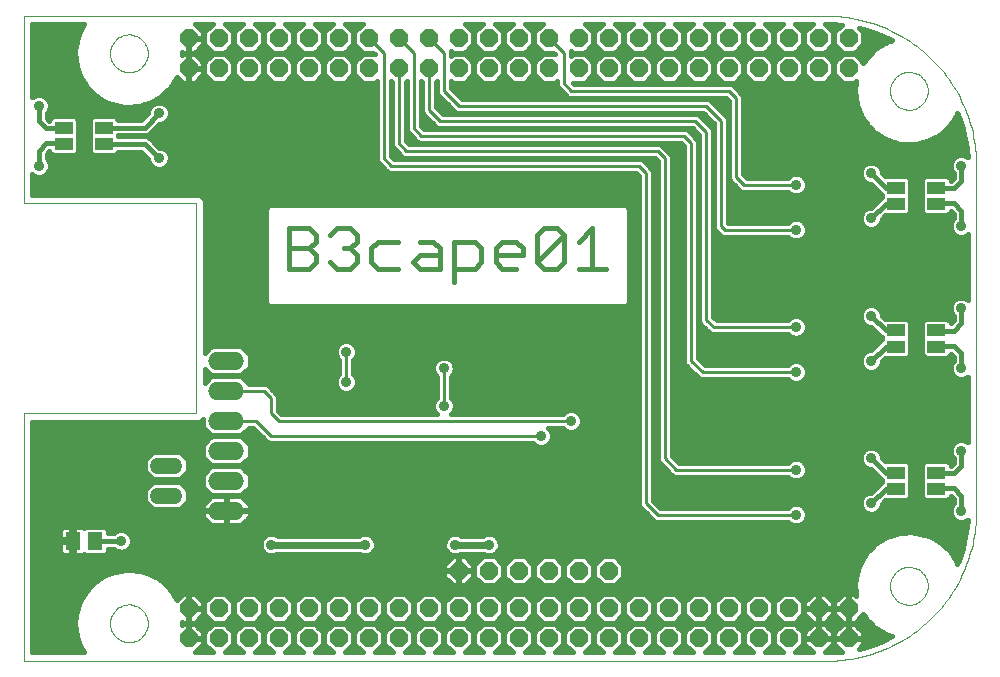
<source format=gtl>
G75*
G70*
%OFA0B0*%
%FSLAX24Y24*%
%IPPOS*%
%LPD*%
%AMOC8*
5,1,8,0,0,1.08239X$1,22.5*
%
%ADD10C,0.0000*%
%ADD11C,0.0150*%
%ADD12OC8,0.0600*%
%ADD13O,0.1200X0.0600*%
%ADD14R,0.0512X0.0591*%
%ADD15O,0.1080X0.0540*%
%ADD16R,0.0591X0.0394*%
%ADD17C,0.0160*%
%ADD18C,0.0356*%
%ADD19C,0.0100*%
%ADD20C,0.0240*%
D10*
X002187Y002187D02*
X002187Y010437D01*
X007937Y010437D01*
X007937Y017437D01*
X002187Y017437D01*
X002187Y023687D01*
X028937Y023687D01*
X031057Y021187D02*
X031060Y021244D01*
X031067Y021301D01*
X031080Y021357D01*
X031098Y021411D01*
X031121Y021464D01*
X031149Y021514D01*
X031181Y021562D01*
X031217Y021606D01*
X031257Y021647D01*
X031301Y021685D01*
X031347Y021718D01*
X031397Y021746D01*
X031449Y021770D01*
X031503Y021790D01*
X031559Y021804D01*
X031615Y021813D01*
X031673Y021817D01*
X031730Y021816D01*
X031787Y021809D01*
X031843Y021797D01*
X031898Y021781D01*
X031951Y021759D01*
X032002Y021733D01*
X032050Y021702D01*
X032096Y021667D01*
X032138Y021627D01*
X032176Y021585D01*
X032210Y021538D01*
X032240Y021489D01*
X032265Y021438D01*
X032285Y021384D01*
X032301Y021329D01*
X032311Y021273D01*
X032316Y021216D01*
X032316Y021158D01*
X032311Y021101D01*
X032301Y021045D01*
X032285Y020990D01*
X032265Y020936D01*
X032240Y020885D01*
X032210Y020836D01*
X032176Y020789D01*
X032138Y020747D01*
X032096Y020707D01*
X032050Y020672D01*
X032002Y020641D01*
X031951Y020615D01*
X031898Y020593D01*
X031843Y020577D01*
X031787Y020565D01*
X031730Y020558D01*
X031673Y020557D01*
X031615Y020561D01*
X031559Y020570D01*
X031503Y020584D01*
X031449Y020604D01*
X031397Y020628D01*
X031347Y020656D01*
X031301Y020689D01*
X031257Y020727D01*
X031217Y020768D01*
X031181Y020812D01*
X031149Y020860D01*
X031121Y020910D01*
X031098Y020963D01*
X031080Y021017D01*
X031067Y021073D01*
X031060Y021130D01*
X031057Y021187D01*
X028937Y023687D02*
X029077Y023685D01*
X029217Y023679D01*
X029357Y023669D01*
X029497Y023656D01*
X029636Y023638D01*
X029775Y023616D01*
X029912Y023591D01*
X030050Y023562D01*
X030186Y023529D01*
X030321Y023492D01*
X030455Y023451D01*
X030588Y023406D01*
X030720Y023358D01*
X030850Y023306D01*
X030979Y023251D01*
X031106Y023192D01*
X031232Y023129D01*
X031356Y023063D01*
X031477Y022994D01*
X031597Y022921D01*
X031715Y022844D01*
X031830Y022765D01*
X031944Y022682D01*
X032054Y022596D01*
X032163Y022507D01*
X032269Y022415D01*
X032372Y022320D01*
X032473Y022223D01*
X032570Y022122D01*
X032665Y022019D01*
X032757Y021913D01*
X032846Y021804D01*
X032932Y021694D01*
X033015Y021580D01*
X033094Y021465D01*
X033171Y021347D01*
X033244Y021227D01*
X033313Y021106D01*
X033379Y020982D01*
X033442Y020856D01*
X033501Y020729D01*
X033556Y020600D01*
X033608Y020470D01*
X033656Y020338D01*
X033701Y020205D01*
X033742Y020071D01*
X033779Y019936D01*
X033812Y019800D01*
X033841Y019662D01*
X033866Y019525D01*
X033888Y019386D01*
X033906Y019247D01*
X033919Y019107D01*
X033929Y018967D01*
X033935Y018827D01*
X033937Y018687D01*
X033937Y007187D01*
X031057Y004687D02*
X031060Y004744D01*
X031067Y004801D01*
X031080Y004857D01*
X031098Y004911D01*
X031121Y004964D01*
X031149Y005014D01*
X031181Y005062D01*
X031217Y005106D01*
X031257Y005147D01*
X031301Y005185D01*
X031347Y005218D01*
X031397Y005246D01*
X031449Y005270D01*
X031503Y005290D01*
X031559Y005304D01*
X031615Y005313D01*
X031673Y005317D01*
X031730Y005316D01*
X031787Y005309D01*
X031843Y005297D01*
X031898Y005281D01*
X031951Y005259D01*
X032002Y005233D01*
X032050Y005202D01*
X032096Y005167D01*
X032138Y005127D01*
X032176Y005085D01*
X032210Y005038D01*
X032240Y004989D01*
X032265Y004938D01*
X032285Y004884D01*
X032301Y004829D01*
X032311Y004773D01*
X032316Y004716D01*
X032316Y004658D01*
X032311Y004601D01*
X032301Y004545D01*
X032285Y004490D01*
X032265Y004436D01*
X032240Y004385D01*
X032210Y004336D01*
X032176Y004289D01*
X032138Y004247D01*
X032096Y004207D01*
X032050Y004172D01*
X032002Y004141D01*
X031951Y004115D01*
X031898Y004093D01*
X031843Y004077D01*
X031787Y004065D01*
X031730Y004058D01*
X031673Y004057D01*
X031615Y004061D01*
X031559Y004070D01*
X031503Y004084D01*
X031449Y004104D01*
X031397Y004128D01*
X031347Y004156D01*
X031301Y004189D01*
X031257Y004227D01*
X031217Y004268D01*
X031181Y004312D01*
X031149Y004360D01*
X031121Y004410D01*
X031098Y004463D01*
X031080Y004517D01*
X031067Y004573D01*
X031060Y004630D01*
X031057Y004687D01*
X028937Y002187D02*
X002187Y002187D01*
X005057Y003437D02*
X005060Y003494D01*
X005067Y003551D01*
X005080Y003607D01*
X005098Y003661D01*
X005121Y003714D01*
X005149Y003764D01*
X005181Y003812D01*
X005217Y003856D01*
X005257Y003897D01*
X005301Y003935D01*
X005347Y003968D01*
X005397Y003996D01*
X005449Y004020D01*
X005503Y004040D01*
X005559Y004054D01*
X005615Y004063D01*
X005673Y004067D01*
X005730Y004066D01*
X005787Y004059D01*
X005843Y004047D01*
X005898Y004031D01*
X005951Y004009D01*
X006002Y003983D01*
X006050Y003952D01*
X006096Y003917D01*
X006138Y003877D01*
X006176Y003835D01*
X006210Y003788D01*
X006240Y003739D01*
X006265Y003688D01*
X006285Y003634D01*
X006301Y003579D01*
X006311Y003523D01*
X006316Y003466D01*
X006316Y003408D01*
X006311Y003351D01*
X006301Y003295D01*
X006285Y003240D01*
X006265Y003186D01*
X006240Y003135D01*
X006210Y003086D01*
X006176Y003039D01*
X006138Y002997D01*
X006096Y002957D01*
X006050Y002922D01*
X006002Y002891D01*
X005951Y002865D01*
X005898Y002843D01*
X005843Y002827D01*
X005787Y002815D01*
X005730Y002808D01*
X005673Y002807D01*
X005615Y002811D01*
X005559Y002820D01*
X005503Y002834D01*
X005449Y002854D01*
X005397Y002878D01*
X005347Y002906D01*
X005301Y002939D01*
X005257Y002977D01*
X005217Y003018D01*
X005181Y003062D01*
X005149Y003110D01*
X005121Y003160D01*
X005098Y003213D01*
X005080Y003267D01*
X005067Y003323D01*
X005060Y003380D01*
X005057Y003437D01*
X028937Y002187D02*
X029077Y002189D01*
X029217Y002195D01*
X029357Y002205D01*
X029497Y002218D01*
X029636Y002236D01*
X029775Y002258D01*
X029912Y002283D01*
X030050Y002312D01*
X030186Y002345D01*
X030321Y002382D01*
X030455Y002423D01*
X030588Y002468D01*
X030720Y002516D01*
X030850Y002568D01*
X030979Y002623D01*
X031106Y002682D01*
X031232Y002745D01*
X031356Y002811D01*
X031477Y002880D01*
X031597Y002953D01*
X031715Y003030D01*
X031830Y003109D01*
X031944Y003192D01*
X032054Y003278D01*
X032163Y003367D01*
X032269Y003459D01*
X032372Y003554D01*
X032473Y003651D01*
X032570Y003752D01*
X032665Y003855D01*
X032757Y003961D01*
X032846Y004070D01*
X032932Y004180D01*
X033015Y004294D01*
X033094Y004409D01*
X033171Y004527D01*
X033244Y004647D01*
X033313Y004768D01*
X033379Y004892D01*
X033442Y005018D01*
X033501Y005145D01*
X033556Y005274D01*
X033608Y005404D01*
X033656Y005536D01*
X033701Y005669D01*
X033742Y005803D01*
X033779Y005938D01*
X033812Y006074D01*
X033841Y006212D01*
X033866Y006349D01*
X033888Y006488D01*
X033906Y006627D01*
X033919Y006767D01*
X033929Y006907D01*
X033935Y007047D01*
X033937Y007187D01*
X005057Y022437D02*
X005060Y022494D01*
X005067Y022551D01*
X005080Y022607D01*
X005098Y022661D01*
X005121Y022714D01*
X005149Y022764D01*
X005181Y022812D01*
X005217Y022856D01*
X005257Y022897D01*
X005301Y022935D01*
X005347Y022968D01*
X005397Y022996D01*
X005449Y023020D01*
X005503Y023040D01*
X005559Y023054D01*
X005615Y023063D01*
X005673Y023067D01*
X005730Y023066D01*
X005787Y023059D01*
X005843Y023047D01*
X005898Y023031D01*
X005951Y023009D01*
X006002Y022983D01*
X006050Y022952D01*
X006096Y022917D01*
X006138Y022877D01*
X006176Y022835D01*
X006210Y022788D01*
X006240Y022739D01*
X006265Y022688D01*
X006285Y022634D01*
X006301Y022579D01*
X006311Y022523D01*
X006316Y022466D01*
X006316Y022408D01*
X006311Y022351D01*
X006301Y022295D01*
X006285Y022240D01*
X006265Y022186D01*
X006240Y022135D01*
X006210Y022086D01*
X006176Y022039D01*
X006138Y021997D01*
X006096Y021957D01*
X006050Y021922D01*
X006002Y021891D01*
X005951Y021865D01*
X005898Y021843D01*
X005843Y021827D01*
X005787Y021815D01*
X005730Y021808D01*
X005673Y021807D01*
X005615Y021811D01*
X005559Y021820D01*
X005503Y021834D01*
X005449Y021854D01*
X005397Y021878D01*
X005347Y021906D01*
X005301Y021939D01*
X005257Y021977D01*
X005217Y022018D01*
X005181Y022062D01*
X005149Y022110D01*
X005121Y022160D01*
X005098Y022213D01*
X005080Y022267D01*
X005067Y022323D01*
X005060Y022380D01*
X005057Y022437D01*
D11*
X011012Y016613D02*
X011688Y016613D01*
X011913Y016388D01*
X011913Y016163D01*
X011688Y015938D01*
X011012Y015938D01*
X011012Y016613D02*
X011012Y015262D01*
X011688Y015262D01*
X011913Y015487D01*
X011913Y015712D01*
X011688Y015938D01*
X012393Y016388D02*
X012618Y016613D01*
X013069Y016613D01*
X013294Y016388D01*
X013294Y016163D01*
X013069Y015938D01*
X013294Y015712D01*
X013294Y015487D01*
X013069Y015262D01*
X012618Y015262D01*
X012393Y015487D01*
X012844Y015938D02*
X013069Y015938D01*
X013774Y015938D02*
X013774Y015487D01*
X014000Y015262D01*
X014675Y015262D01*
X015156Y015487D02*
X015381Y015712D01*
X016056Y015712D01*
X016056Y015938D02*
X016056Y015262D01*
X015381Y015262D01*
X015156Y015487D01*
X015381Y016163D02*
X015831Y016163D01*
X016056Y015938D01*
X016537Y016163D02*
X017212Y016163D01*
X017437Y015938D01*
X017437Y015487D01*
X017212Y015262D01*
X016537Y015262D01*
X016537Y014812D02*
X016537Y016163D01*
X017918Y015938D02*
X017918Y015487D01*
X018143Y015262D01*
X018593Y015262D01*
X018819Y015712D02*
X017918Y015712D01*
X017918Y015938D02*
X018143Y016163D01*
X018593Y016163D01*
X018819Y015938D01*
X018819Y015712D01*
X019299Y015487D02*
X019524Y015262D01*
X019974Y015262D01*
X020200Y015487D01*
X020200Y016388D01*
X019299Y015487D01*
X019299Y016388D01*
X019524Y016613D01*
X019974Y016613D01*
X020200Y016388D01*
X020680Y016163D02*
X021130Y016613D01*
X021130Y015262D01*
X020680Y015262D02*
X021581Y015262D01*
X014675Y016163D02*
X014000Y016163D01*
X013774Y015938D01*
D12*
X013687Y021937D03*
X012687Y021937D03*
X011687Y021937D03*
X010687Y021937D03*
X009687Y021937D03*
X008687Y021937D03*
X007687Y021937D03*
X007687Y022937D03*
X008687Y022937D03*
X009687Y022937D03*
X010687Y022937D03*
X011687Y022937D03*
X012687Y022937D03*
X013687Y022937D03*
X014687Y022937D03*
X014687Y021937D03*
X015687Y021937D03*
X016687Y021937D03*
X016687Y022937D03*
X015687Y022937D03*
X017687Y022937D03*
X017687Y021937D03*
X018687Y021937D03*
X018687Y022937D03*
X019687Y022937D03*
X020687Y022937D03*
X020687Y021937D03*
X019687Y021937D03*
X021687Y021937D03*
X021687Y022937D03*
X022687Y022937D03*
X022687Y021937D03*
X023687Y021937D03*
X024687Y021937D03*
X024687Y022937D03*
X023687Y022937D03*
X025687Y022937D03*
X025687Y021937D03*
X026687Y021937D03*
X026687Y022937D03*
X027687Y022937D03*
X028687Y022937D03*
X028687Y021937D03*
X027687Y021937D03*
X029687Y021937D03*
X029687Y022937D03*
X021687Y005187D03*
X020687Y005187D03*
X019687Y005187D03*
X018687Y005187D03*
X017687Y005187D03*
X016687Y005187D03*
X016687Y003937D03*
X015687Y003937D03*
X015687Y002937D03*
X016687Y002937D03*
X017687Y002937D03*
X017687Y003937D03*
X018687Y003937D03*
X018687Y002937D03*
X019687Y002937D03*
X020687Y002937D03*
X020687Y003937D03*
X019687Y003937D03*
X021687Y003937D03*
X021687Y002937D03*
X022687Y002937D03*
X022687Y003937D03*
X023687Y003937D03*
X024687Y003937D03*
X024687Y002937D03*
X023687Y002937D03*
X025687Y002937D03*
X025687Y003937D03*
X026687Y003937D03*
X026687Y002937D03*
X027687Y002937D03*
X028687Y002937D03*
X028687Y003937D03*
X027687Y003937D03*
X029687Y003937D03*
X029687Y002937D03*
X014687Y002937D03*
X013687Y002937D03*
X012687Y002937D03*
X011687Y002937D03*
X010687Y002937D03*
X009687Y002937D03*
X008687Y002937D03*
X007687Y002937D03*
X007687Y003937D03*
X008687Y003937D03*
X009687Y003937D03*
X010687Y003937D03*
X011687Y003937D03*
X012687Y003937D03*
X013687Y003937D03*
X014687Y003937D03*
D13*
X008937Y007187D03*
X008937Y008187D03*
X008937Y009187D03*
X008937Y010187D03*
X008937Y011187D03*
X008937Y012187D03*
D14*
X004561Y006187D03*
X003813Y006187D03*
D15*
X006937Y007687D03*
X006937Y008687D03*
D16*
X004856Y019411D03*
X004856Y019963D03*
X003518Y019963D03*
X003518Y019411D03*
X031268Y017963D03*
X031268Y017411D03*
X032606Y017411D03*
X032606Y017963D03*
X032606Y013213D03*
X032606Y012661D03*
X031268Y012661D03*
X031268Y013213D03*
X031268Y008463D03*
X031268Y007911D03*
X032606Y007911D03*
X032606Y008463D03*
D17*
X032661Y008463D01*
X032687Y008437D01*
X033187Y008437D01*
X033437Y008687D01*
X033437Y009187D01*
X033105Y009322D02*
X023792Y009322D01*
X023792Y009480D02*
X033224Y009480D01*
X033234Y009491D02*
X033134Y009390D01*
X033079Y009258D01*
X033079Y009116D01*
X033134Y008984D01*
X033177Y008941D01*
X033177Y008795D01*
X033082Y008699D01*
X033082Y008734D01*
X032976Y008839D01*
X032237Y008839D01*
X032131Y008734D01*
X032131Y008191D01*
X032135Y008187D01*
X032131Y008183D01*
X032131Y007640D01*
X032237Y007535D01*
X032976Y007535D01*
X033082Y007640D01*
X033082Y007675D01*
X033177Y007579D01*
X033177Y007433D01*
X033134Y007390D01*
X033079Y007258D01*
X033079Y007116D01*
X033134Y006984D01*
X033234Y006884D01*
X033366Y006829D01*
X033508Y006829D01*
X033640Y006884D01*
X033645Y006888D01*
X033627Y006659D01*
X033575Y006310D01*
X033496Y005965D01*
X033392Y005628D01*
X033309Y005416D01*
X033286Y005470D01*
X033208Y005612D01*
X033118Y005746D01*
X033015Y005872D01*
X032902Y005988D01*
X032779Y006093D01*
X032779Y006093D01*
X032646Y006186D01*
X032506Y006267D01*
X032359Y006335D01*
X032206Y006390D01*
X032049Y006430D01*
X031889Y006456D01*
X031728Y006467D01*
X031566Y006463D01*
X031405Y006444D01*
X031246Y006412D01*
X031091Y006364D01*
X030941Y006303D01*
X030797Y006229D01*
X030797Y006229D01*
X030661Y006141D01*
X030533Y006042D01*
X030533Y006042D01*
X030414Y005931D01*
X030306Y005810D01*
X030210Y005680D01*
X030126Y005542D01*
X030126Y005542D01*
X030054Y005396D01*
X029997Y005245D01*
X029953Y005089D01*
X029953Y005089D01*
X029924Y004929D01*
X029909Y004768D01*
X029909Y004606D01*
X029924Y004445D01*
X029924Y004445D01*
X029938Y004364D01*
X029886Y004417D01*
X029707Y004417D01*
X029707Y003957D01*
X029667Y003957D01*
X029667Y003917D01*
X029707Y003917D01*
X029707Y003457D01*
X029886Y003457D01*
X030167Y003738D01*
X030167Y003764D01*
X030210Y003694D01*
X030306Y003564D01*
X030414Y003443D01*
X030414Y003443D01*
X030414Y003443D01*
X030533Y003332D01*
X030661Y003233D01*
X030797Y003146D01*
X030941Y003071D01*
X031091Y003010D01*
X031117Y003002D01*
X030825Y002861D01*
X030496Y002732D01*
X030159Y002628D01*
X030026Y002598D01*
X030167Y002738D01*
X030167Y002917D01*
X029707Y002917D01*
X029707Y002957D01*
X029667Y002957D01*
X029667Y002917D01*
X029207Y002917D01*
X029207Y002738D01*
X029450Y002496D01*
X029114Y002470D01*
X028937Y002467D01*
X028896Y002467D01*
X029167Y002738D01*
X029167Y002917D01*
X028707Y002917D01*
X028707Y002957D01*
X028667Y002957D01*
X028667Y002917D01*
X028207Y002917D01*
X028207Y002738D01*
X028478Y002467D01*
X027896Y002467D01*
X028167Y002738D01*
X028167Y003136D01*
X027886Y003417D01*
X027488Y003417D01*
X027207Y003136D01*
X027207Y002738D01*
X027478Y002467D01*
X026896Y002467D01*
X027167Y002738D01*
X027167Y003136D01*
X026886Y003417D01*
X026488Y003417D01*
X026207Y003136D01*
X026207Y002738D01*
X026478Y002467D01*
X025896Y002467D01*
X026167Y002738D01*
X026167Y003136D01*
X025886Y003417D01*
X025488Y003417D01*
X025207Y003136D01*
X025207Y002738D01*
X025478Y002467D01*
X024896Y002467D01*
X025167Y002738D01*
X025167Y003136D01*
X024886Y003417D01*
X024488Y003417D01*
X024207Y003136D01*
X024207Y002738D01*
X024478Y002467D01*
X023896Y002467D01*
X024167Y002738D01*
X024167Y003136D01*
X023886Y003417D01*
X023488Y003417D01*
X023207Y003136D01*
X023207Y002738D01*
X023478Y002467D01*
X022896Y002467D01*
X023167Y002738D01*
X023167Y003136D01*
X022886Y003417D01*
X022488Y003417D01*
X022207Y003136D01*
X022207Y002738D01*
X022478Y002467D01*
X021896Y002467D01*
X022167Y002738D01*
X022167Y003136D01*
X021886Y003417D01*
X021488Y003417D01*
X021207Y003136D01*
X021207Y002738D01*
X021478Y002467D01*
X020896Y002467D01*
X021167Y002738D01*
X021167Y003136D01*
X020886Y003417D01*
X020488Y003417D01*
X020207Y003136D01*
X020207Y002738D01*
X020478Y002467D01*
X019896Y002467D01*
X020167Y002738D01*
X020167Y003136D01*
X019886Y003417D01*
X019488Y003417D01*
X019207Y003136D01*
X019207Y002738D01*
X019478Y002467D01*
X018896Y002467D01*
X019167Y002738D01*
X019167Y003136D01*
X018886Y003417D01*
X018488Y003417D01*
X018207Y003136D01*
X018207Y002738D01*
X018478Y002467D01*
X017896Y002467D01*
X018167Y002738D01*
X018167Y003136D01*
X017886Y003417D01*
X017488Y003417D01*
X017207Y003136D01*
X017207Y002738D01*
X017478Y002467D01*
X016896Y002467D01*
X017167Y002738D01*
X017167Y003136D01*
X016886Y003417D01*
X016488Y003417D01*
X016207Y003136D01*
X016207Y002738D01*
X016478Y002467D01*
X015896Y002467D01*
X016167Y002738D01*
X016167Y003136D01*
X015886Y003417D01*
X015488Y003417D01*
X015207Y003136D01*
X015207Y002738D01*
X015478Y002467D01*
X014896Y002467D01*
X015167Y002738D01*
X015167Y003136D01*
X014886Y003417D01*
X014488Y003417D01*
X014207Y003136D01*
X014207Y002738D01*
X014478Y002467D01*
X013896Y002467D01*
X014167Y002738D01*
X014167Y003136D01*
X013886Y003417D01*
X013488Y003417D01*
X013207Y003136D01*
X013207Y002738D01*
X013478Y002467D01*
X012896Y002467D01*
X013167Y002738D01*
X013167Y003136D01*
X012886Y003417D01*
X012488Y003417D01*
X012207Y003136D01*
X012207Y002738D01*
X012478Y002467D01*
X011896Y002467D01*
X012167Y002738D01*
X012167Y003136D01*
X011886Y003417D01*
X011488Y003417D01*
X011207Y003136D01*
X011207Y002738D01*
X011478Y002467D01*
X010896Y002467D01*
X011167Y002738D01*
X011167Y003136D01*
X010886Y003417D01*
X010488Y003417D01*
X010207Y003136D01*
X010207Y002738D01*
X010478Y002467D01*
X009896Y002467D01*
X010167Y002738D01*
X010167Y003136D01*
X009886Y003417D01*
X009488Y003417D01*
X009207Y003136D01*
X009207Y002738D01*
X009478Y002467D01*
X008896Y002467D01*
X009167Y002738D01*
X009167Y003136D01*
X008886Y003417D01*
X008488Y003417D01*
X008207Y003136D01*
X008207Y002738D01*
X008478Y002467D01*
X007896Y002467D01*
X008167Y002738D01*
X008167Y002917D01*
X007707Y002917D01*
X007707Y002957D01*
X007667Y002957D01*
X007667Y003417D01*
X007488Y003417D01*
X007465Y003394D01*
X007467Y003437D01*
X007465Y003480D01*
X007488Y003457D01*
X007667Y003457D01*
X007667Y003917D01*
X007707Y003917D01*
X007707Y003457D01*
X007886Y003457D01*
X008167Y003738D01*
X008167Y003917D01*
X007707Y003917D01*
X007707Y003957D01*
X007667Y003957D01*
X007667Y004417D01*
X007488Y004417D01*
X007287Y004216D01*
X007286Y004220D01*
X007208Y004362D01*
X007118Y004496D01*
X007015Y004622D01*
X006902Y004738D01*
X006779Y004843D01*
X006779Y004843D01*
X006646Y004936D01*
X006506Y005017D01*
X006359Y005085D01*
X006359Y005085D01*
X006206Y005140D01*
X006049Y005180D01*
X005889Y005206D01*
X005728Y005217D01*
X005728Y005217D01*
X005566Y005213D01*
X005566Y005213D01*
X005405Y005194D01*
X005246Y005162D01*
X005091Y005114D01*
X004941Y005053D01*
X004797Y004979D01*
X004661Y004891D01*
X004533Y004792D01*
X004414Y004681D01*
X004306Y004560D01*
X004210Y004430D01*
X004126Y004292D01*
X004054Y004146D01*
X003997Y003995D01*
X003953Y003839D01*
X003953Y003839D01*
X003924Y003679D01*
X003909Y003518D01*
X003909Y003356D01*
X003924Y003195D01*
X003924Y003195D01*
X003953Y003035D01*
X003997Y002879D01*
X004054Y002728D01*
X004126Y002582D01*
X004196Y002467D01*
X002467Y002467D01*
X002467Y010157D01*
X007821Y010157D01*
X008053Y010157D01*
X008157Y010261D01*
X008157Y009988D01*
X008438Y009707D01*
X009436Y009707D01*
X009686Y009957D01*
X009842Y009957D01*
X010342Y009457D01*
X010532Y009457D01*
X019161Y009457D01*
X019234Y009384D01*
X019366Y009329D01*
X019508Y009329D01*
X019640Y009384D01*
X019741Y009484D01*
X019795Y009616D01*
X019795Y009758D01*
X019741Y009890D01*
X019673Y009957D01*
X020161Y009957D01*
X020234Y009884D01*
X020366Y009829D01*
X020508Y009829D01*
X020640Y009884D01*
X020741Y009984D01*
X020795Y010116D01*
X020795Y010258D01*
X020741Y010390D01*
X020640Y010491D01*
X020508Y010545D01*
X020366Y010545D01*
X020234Y010491D01*
X020161Y010417D01*
X016423Y010417D01*
X016491Y010484D01*
X016545Y010616D01*
X016545Y010758D01*
X016491Y010890D01*
X016417Y010964D01*
X016417Y011661D01*
X016491Y011734D01*
X016545Y011866D01*
X016545Y012008D01*
X016491Y012140D01*
X016390Y012241D01*
X016258Y012295D01*
X016116Y012295D01*
X015984Y012241D01*
X015884Y012140D01*
X015829Y012008D01*
X015829Y011866D01*
X015884Y011734D01*
X015957Y011661D01*
X015957Y010964D01*
X015884Y010890D01*
X015829Y010758D01*
X015829Y010616D01*
X015884Y010484D01*
X015951Y010417D01*
X010782Y010417D01*
X010667Y010532D01*
X010667Y010842D01*
X010667Y011032D01*
X010417Y011282D01*
X010282Y011417D01*
X009686Y011417D01*
X009436Y011667D01*
X008438Y011667D01*
X008217Y011446D01*
X008217Y011928D01*
X008438Y011707D01*
X009436Y011707D01*
X009717Y011988D01*
X009717Y012386D01*
X009436Y012667D01*
X008438Y012667D01*
X008217Y012446D01*
X008217Y017321D01*
X008217Y017553D01*
X008053Y017717D01*
X002467Y017717D01*
X002467Y018401D01*
X002484Y018384D01*
X002616Y018329D01*
X002758Y018329D01*
X002890Y018384D01*
X002991Y018484D01*
X003045Y018616D01*
X003045Y018758D01*
X002991Y018890D01*
X002947Y018934D01*
X002947Y019079D01*
X003043Y019175D01*
X003043Y019140D01*
X003148Y019035D01*
X003888Y019035D01*
X003993Y019140D01*
X003993Y019683D01*
X003989Y019687D01*
X003993Y019691D01*
X003993Y020234D01*
X003888Y020339D01*
X003148Y020339D01*
X003043Y020234D01*
X003043Y020199D01*
X002947Y020295D01*
X002947Y020441D01*
X002991Y020484D01*
X003045Y020616D01*
X003045Y020758D01*
X002991Y020890D01*
X002890Y020991D01*
X002758Y021045D01*
X002616Y021045D01*
X002484Y020991D01*
X002467Y020973D01*
X002467Y023407D01*
X004196Y023407D01*
X004126Y023292D01*
X004126Y023292D01*
X004054Y023146D01*
X003997Y022995D01*
X003953Y022839D01*
X003953Y022839D01*
X003924Y022679D01*
X003909Y022518D01*
X003909Y022356D01*
X003924Y022195D01*
X003924Y022195D01*
X003953Y022035D01*
X003997Y021879D01*
X004054Y021728D01*
X004126Y021582D01*
X004210Y021444D01*
X004306Y021314D01*
X004414Y021193D01*
X004414Y021193D01*
X004414Y021193D01*
X004533Y021082D01*
X004661Y020983D01*
X004797Y020896D01*
X004941Y020821D01*
X005091Y020760D01*
X005246Y020713D01*
X005405Y020680D01*
X005566Y020661D01*
X005728Y020658D01*
X005889Y020669D01*
X006049Y020694D01*
X006206Y020734D01*
X006359Y020789D01*
X006506Y020857D01*
X006646Y020938D01*
X006779Y021031D01*
X006902Y021136D01*
X006902Y021136D01*
X007015Y021252D01*
X007118Y021378D01*
X007208Y021512D01*
X007286Y021654D01*
X007287Y021658D01*
X007488Y021457D01*
X007667Y021457D01*
X007667Y021917D01*
X007707Y021917D01*
X007707Y021457D01*
X007886Y021457D01*
X008167Y021738D01*
X008167Y021917D01*
X007707Y021917D01*
X007707Y021957D01*
X007667Y021957D01*
X007667Y022417D01*
X007488Y022417D01*
X007465Y022394D01*
X007467Y022437D01*
X007465Y022480D01*
X007488Y022457D01*
X007667Y022457D01*
X007667Y022917D01*
X007707Y022917D01*
X007707Y022457D01*
X007886Y022457D01*
X008167Y022738D01*
X008167Y022917D01*
X007707Y022917D01*
X007707Y022957D01*
X008167Y022957D01*
X008167Y023136D01*
X007896Y023407D01*
X008478Y023407D01*
X008207Y023136D01*
X008207Y022738D01*
X008488Y022457D01*
X008886Y022457D01*
X009167Y022738D01*
X009167Y023136D01*
X008896Y023407D01*
X009478Y023407D01*
X009207Y023136D01*
X009207Y022738D01*
X009488Y022457D01*
X009886Y022457D01*
X010167Y022738D01*
X010167Y023136D01*
X009896Y023407D01*
X010478Y023407D01*
X010207Y023136D01*
X010207Y022738D01*
X010488Y022457D01*
X010886Y022457D01*
X011167Y022738D01*
X011167Y023136D01*
X010896Y023407D01*
X011478Y023407D01*
X011207Y023136D01*
X011207Y022738D01*
X011488Y022457D01*
X011886Y022457D01*
X012167Y022738D01*
X012167Y023136D01*
X011896Y023407D01*
X012478Y023407D01*
X012207Y023136D01*
X012207Y022738D01*
X012488Y022457D01*
X012886Y022457D01*
X013167Y022738D01*
X013167Y023136D01*
X012896Y023407D01*
X013478Y023407D01*
X013207Y023136D01*
X013207Y022738D01*
X013488Y022457D01*
X013842Y022457D01*
X013882Y022417D01*
X013488Y022417D01*
X013207Y022136D01*
X013207Y021738D01*
X013488Y021457D01*
X013886Y021457D01*
X013957Y021528D01*
X013957Y018842D01*
X014092Y018707D01*
X014342Y018457D01*
X014532Y018457D01*
X022592Y018457D01*
X022707Y018342D01*
X022707Y007342D01*
X022842Y007207D01*
X023217Y006832D01*
X023407Y006832D01*
X027661Y006832D01*
X027734Y006759D01*
X027866Y006704D01*
X028008Y006704D01*
X028140Y006759D01*
X028241Y006859D01*
X028295Y006991D01*
X028295Y007133D01*
X028241Y007265D01*
X028140Y007366D01*
X028008Y007420D01*
X027866Y007420D01*
X027734Y007366D01*
X027661Y007292D01*
X023407Y007292D01*
X023167Y007532D01*
X023167Y018342D01*
X023167Y018532D01*
X022917Y018782D01*
X022782Y018917D01*
X014532Y018917D01*
X014417Y019032D01*
X014417Y021528D01*
X014457Y021488D01*
X014457Y019342D01*
X014592Y019207D01*
X014842Y018957D01*
X015032Y018957D01*
X023217Y018957D01*
X023332Y018842D01*
X023332Y008842D01*
X023467Y008707D01*
X023842Y008332D01*
X024032Y008332D01*
X027661Y008332D01*
X027734Y008259D01*
X027866Y008204D01*
X028008Y008204D01*
X028140Y008259D01*
X028241Y008359D01*
X028295Y008491D01*
X028295Y008633D01*
X028241Y008765D01*
X028140Y008866D01*
X028008Y008920D01*
X027866Y008920D01*
X027734Y008866D01*
X027661Y008792D01*
X024032Y008792D01*
X023792Y009032D01*
X023792Y018842D01*
X023792Y019032D01*
X023542Y019282D01*
X023407Y019417D01*
X015032Y019417D01*
X014917Y019532D01*
X014917Y021488D01*
X014957Y021528D01*
X014957Y019842D01*
X015092Y019707D01*
X015342Y019457D01*
X015532Y019457D01*
X024092Y019457D01*
X024207Y019342D01*
X024207Y012092D01*
X024342Y011957D01*
X024717Y011582D01*
X024907Y011582D01*
X027661Y011582D01*
X027734Y011509D01*
X027866Y011454D01*
X028008Y011454D01*
X028140Y011509D01*
X028241Y011609D01*
X028295Y011741D01*
X028295Y011883D01*
X028241Y012015D01*
X028140Y012116D01*
X028008Y012170D01*
X027866Y012170D01*
X027734Y012116D01*
X027661Y012042D01*
X024907Y012042D01*
X024667Y012282D01*
X024667Y019342D01*
X024667Y019532D01*
X024417Y019782D01*
X024282Y019917D01*
X015532Y019917D01*
X015417Y020032D01*
X015417Y021528D01*
X015457Y021488D01*
X015457Y020467D01*
X015592Y020332D01*
X015967Y019957D01*
X016157Y019957D01*
X024467Y019957D01*
X024707Y019717D01*
X024707Y013467D01*
X024842Y013332D01*
X025092Y013082D01*
X025282Y013082D01*
X027661Y013082D01*
X027734Y013009D01*
X027866Y012954D01*
X028008Y012954D01*
X028140Y013009D01*
X028241Y013109D01*
X028295Y013241D01*
X028295Y013383D01*
X028241Y013515D01*
X028140Y013616D01*
X028008Y013670D01*
X027866Y013670D01*
X027734Y013616D01*
X027661Y013542D01*
X025282Y013542D01*
X025167Y013657D01*
X025167Y019717D01*
X025167Y019907D01*
X024792Y020282D01*
X024657Y020417D01*
X016157Y020417D01*
X015917Y020657D01*
X015917Y021488D01*
X015957Y021528D01*
X015957Y021092D01*
X016092Y020957D01*
X016592Y020457D01*
X016782Y020457D01*
X024842Y020457D01*
X025207Y020092D01*
X025207Y016592D01*
X025342Y016457D01*
X025467Y016332D01*
X025657Y016332D01*
X027661Y016332D01*
X027734Y016259D01*
X027866Y016204D01*
X028008Y016204D01*
X028140Y016259D01*
X028241Y016359D01*
X028295Y016491D01*
X028295Y016633D01*
X028241Y016765D01*
X028140Y016866D01*
X028008Y016920D01*
X027866Y016920D01*
X027734Y016866D01*
X027661Y016792D01*
X025667Y016792D01*
X025667Y020092D01*
X025667Y020282D01*
X025167Y020782D01*
X025032Y020917D01*
X016782Y020917D01*
X016417Y021282D01*
X016417Y021528D01*
X016488Y021457D01*
X016886Y021457D01*
X017167Y021738D01*
X017167Y022136D01*
X016886Y022417D01*
X016488Y022417D01*
X016417Y022346D01*
X016417Y022528D01*
X016488Y022457D01*
X016886Y022457D01*
X017167Y022738D01*
X017167Y023136D01*
X016896Y023407D01*
X017478Y023407D01*
X017207Y023136D01*
X017207Y022738D01*
X017488Y022457D01*
X017886Y022457D01*
X018167Y022738D01*
X018167Y023136D01*
X017896Y023407D01*
X018478Y023407D01*
X018207Y023136D01*
X018207Y022738D01*
X018488Y022457D01*
X018886Y022457D01*
X019167Y022738D01*
X019167Y023136D01*
X018896Y023407D01*
X019478Y023407D01*
X019207Y023136D01*
X019207Y022738D01*
X019488Y022457D01*
X019842Y022457D01*
X019882Y022417D01*
X019488Y022417D01*
X019207Y022136D01*
X019207Y021738D01*
X019488Y021457D01*
X019886Y021457D01*
X019957Y021528D01*
X019957Y021342D01*
X020092Y021207D01*
X020342Y020957D01*
X020532Y020957D01*
X025592Y020957D01*
X025707Y020842D01*
X025707Y018217D01*
X025842Y018082D01*
X026092Y017832D01*
X026282Y017832D01*
X027661Y017832D01*
X027734Y017759D01*
X027866Y017704D01*
X028008Y017704D01*
X028140Y017759D01*
X028241Y017859D01*
X028295Y017991D01*
X028295Y018133D01*
X028241Y018265D01*
X028140Y018366D01*
X028008Y018420D01*
X027866Y018420D01*
X027734Y018366D01*
X027661Y018292D01*
X026282Y018292D01*
X026167Y018407D01*
X026167Y020842D01*
X026167Y021032D01*
X025917Y021282D01*
X025782Y021417D01*
X020532Y021417D01*
X020492Y021457D01*
X020886Y021457D01*
X021167Y021738D01*
X021167Y022136D01*
X020886Y022417D01*
X020488Y022417D01*
X020417Y022346D01*
X020417Y022528D01*
X020488Y022457D01*
X020886Y022457D01*
X021167Y022738D01*
X021167Y023136D01*
X020896Y023407D01*
X021478Y023407D01*
X021207Y023136D01*
X021207Y022738D01*
X021488Y022457D01*
X021886Y022457D01*
X022167Y022738D01*
X022167Y023136D01*
X021896Y023407D01*
X022478Y023407D01*
X022207Y023136D01*
X022207Y022738D01*
X022488Y022457D01*
X022886Y022457D01*
X023167Y022738D01*
X023167Y023136D01*
X022896Y023407D01*
X023478Y023407D01*
X023207Y023136D01*
X023207Y022738D01*
X023488Y022457D01*
X023886Y022457D01*
X024167Y022738D01*
X024167Y023136D01*
X023896Y023407D01*
X024478Y023407D01*
X024207Y023136D01*
X024207Y022738D01*
X024488Y022457D01*
X024886Y022457D01*
X025167Y022738D01*
X025167Y023136D01*
X024896Y023407D01*
X025478Y023407D01*
X025207Y023136D01*
X025207Y022738D01*
X025488Y022457D01*
X025886Y022457D01*
X026167Y022738D01*
X026167Y023136D01*
X025896Y023407D01*
X026478Y023407D01*
X026207Y023136D01*
X026207Y022738D01*
X026488Y022457D01*
X026886Y022457D01*
X027167Y022738D01*
X027167Y023136D01*
X026896Y023407D01*
X027478Y023407D01*
X027207Y023136D01*
X027207Y022738D01*
X027488Y022457D01*
X027886Y022457D01*
X028167Y022738D01*
X028167Y023136D01*
X027896Y023407D01*
X028478Y023407D01*
X028207Y023136D01*
X028207Y022738D01*
X028488Y022457D01*
X028886Y022457D01*
X029167Y022738D01*
X029167Y023136D01*
X028896Y023407D01*
X028937Y023407D01*
X029114Y023404D01*
X029450Y023379D01*
X029207Y023136D01*
X029207Y022738D01*
X029488Y022457D01*
X029886Y022457D01*
X030167Y022738D01*
X030167Y023136D01*
X030026Y023276D01*
X030159Y023246D01*
X030496Y023142D01*
X030825Y023013D01*
X031117Y022872D01*
X031091Y022864D01*
X030941Y022803D01*
X030797Y022729D01*
X030661Y022641D01*
X030533Y022542D01*
X030414Y022431D01*
X030306Y022310D01*
X030210Y022180D01*
X030167Y022110D01*
X030167Y022136D01*
X029886Y022417D01*
X029488Y022417D01*
X029207Y022136D01*
X029207Y021738D01*
X029488Y021457D01*
X029886Y021457D01*
X029938Y021510D01*
X029924Y021429D01*
X029909Y021268D01*
X029909Y021106D01*
X029924Y020945D01*
X029924Y020945D01*
X029953Y020785D01*
X029997Y020629D01*
X030054Y020478D01*
X030126Y020332D01*
X030210Y020194D01*
X030306Y020064D01*
X030414Y019943D01*
X030414Y019943D01*
X030414Y019943D01*
X030533Y019832D01*
X030661Y019733D01*
X030797Y019646D01*
X030941Y019571D01*
X031091Y019510D01*
X031246Y019463D01*
X031405Y019430D01*
X031566Y019411D01*
X031728Y019408D01*
X031889Y019419D01*
X032049Y019444D01*
X032206Y019484D01*
X032359Y019539D01*
X032506Y019607D01*
X032646Y019688D01*
X032779Y019781D01*
X032902Y019886D01*
X032902Y019886D01*
X033015Y020002D01*
X033117Y020128D01*
X033118Y020128D01*
X033208Y020262D01*
X033208Y020262D01*
X033286Y020404D01*
X033286Y020404D01*
X033309Y020458D01*
X033392Y020246D01*
X033496Y019909D01*
X033575Y019565D01*
X033627Y019216D01*
X033645Y018986D01*
X033640Y018991D01*
X033508Y019045D01*
X033366Y019045D01*
X033234Y018991D01*
X033134Y018890D01*
X033079Y018758D01*
X033079Y018616D01*
X033134Y018484D01*
X033177Y018441D01*
X033177Y018295D01*
X033082Y018199D01*
X033082Y018234D01*
X032976Y018339D01*
X032237Y018339D01*
X032131Y018234D01*
X032131Y017691D01*
X032135Y017687D01*
X032131Y017683D01*
X032131Y017140D01*
X032237Y017035D01*
X032976Y017035D01*
X033082Y017140D01*
X033082Y017175D01*
X033177Y017079D01*
X033177Y016933D01*
X033134Y016890D01*
X033079Y016758D01*
X033079Y016616D01*
X033134Y016484D01*
X033234Y016384D01*
X033366Y016329D01*
X033508Y016329D01*
X033640Y016384D01*
X033657Y016401D01*
X033657Y014223D01*
X033640Y014241D01*
X033508Y014295D01*
X033366Y014295D01*
X033234Y014241D01*
X033134Y014140D01*
X033079Y014008D01*
X033079Y013866D01*
X033134Y013734D01*
X033177Y013691D01*
X033177Y013545D01*
X033082Y013449D01*
X033082Y013484D01*
X032976Y013589D01*
X032237Y013589D01*
X032131Y013484D01*
X032131Y012941D01*
X032135Y012937D01*
X032131Y012933D01*
X032131Y012390D01*
X032237Y012285D01*
X032976Y012285D01*
X033082Y012390D01*
X033082Y012425D01*
X033177Y012329D01*
X033177Y012184D01*
X033134Y012140D01*
X033079Y012008D01*
X033079Y011866D01*
X033134Y011734D01*
X033234Y011634D01*
X033366Y011579D01*
X033508Y011579D01*
X033640Y011634D01*
X033657Y011651D01*
X033657Y009473D01*
X033640Y009491D01*
X033508Y009545D01*
X033366Y009545D01*
X033234Y009491D01*
X033079Y009163D02*
X030718Y009163D01*
X030741Y009140D02*
X030640Y009241D01*
X030508Y009295D01*
X030366Y009295D01*
X030234Y009241D01*
X030134Y009140D01*
X030079Y009008D01*
X030079Y008866D01*
X030134Y008734D01*
X030234Y008634D01*
X030366Y008579D01*
X030427Y008579D01*
X030793Y008214D01*
X030793Y008191D01*
X030797Y008187D01*
X030793Y008183D01*
X030793Y008160D01*
X030427Y007795D01*
X030366Y007795D01*
X030234Y007741D01*
X030134Y007640D01*
X030079Y007508D01*
X030079Y007366D01*
X030134Y007234D01*
X030234Y007134D01*
X030366Y007079D01*
X030508Y007079D01*
X030640Y007134D01*
X030741Y007234D01*
X030795Y007366D01*
X030795Y007427D01*
X030902Y007535D01*
X031638Y007535D01*
X031743Y007640D01*
X031743Y008183D01*
X031739Y008187D01*
X031743Y008191D01*
X031743Y008734D01*
X031638Y008839D01*
X030902Y008839D01*
X030795Y008947D01*
X030795Y009008D01*
X030741Y009140D01*
X030795Y009004D02*
X033125Y009004D01*
X033177Y008846D02*
X030896Y008846D01*
X030911Y008463D02*
X030437Y008937D01*
X030180Y008687D02*
X028273Y008687D01*
X028295Y008529D02*
X030478Y008529D01*
X030636Y008370D02*
X028245Y008370D01*
X028027Y008212D02*
X030793Y008212D01*
X030686Y008053D02*
X023167Y008053D01*
X023167Y007895D02*
X030527Y007895D01*
X030230Y007736D02*
X023167Y007736D01*
X023167Y007578D02*
X030108Y007578D01*
X030079Y007419D02*
X028011Y007419D01*
X027863Y007419D02*
X023280Y007419D01*
X022947Y007102D02*
X009717Y007102D01*
X009717Y007167D02*
X009717Y006988D01*
X009436Y006707D01*
X008957Y006707D01*
X008957Y007167D01*
X008917Y007167D01*
X008157Y007167D01*
X008157Y006988D01*
X008438Y006707D01*
X008917Y006707D01*
X008917Y007167D01*
X008917Y007207D01*
X008157Y007207D01*
X008157Y007386D01*
X008438Y007667D01*
X008917Y007667D01*
X008917Y007207D01*
X008957Y007207D01*
X008957Y007667D01*
X009436Y007667D01*
X009717Y007386D01*
X009717Y007207D01*
X008957Y007207D01*
X008957Y007167D01*
X009717Y007167D01*
X009717Y007260D02*
X022788Y007260D01*
X022707Y007419D02*
X009684Y007419D01*
X009525Y007578D02*
X022707Y007578D01*
X022707Y007736D02*
X009465Y007736D01*
X009436Y007707D02*
X009717Y007988D01*
X009717Y008386D01*
X009436Y008667D01*
X008438Y008667D01*
X008157Y008386D01*
X008157Y007988D01*
X008438Y007707D01*
X009436Y007707D01*
X009623Y007895D02*
X022707Y007895D01*
X022707Y008053D02*
X009717Y008053D01*
X009717Y008212D02*
X022707Y008212D01*
X022707Y008370D02*
X009717Y008370D01*
X009574Y008529D02*
X022707Y008529D01*
X022707Y008687D02*
X007657Y008687D01*
X007657Y008529D02*
X008300Y008529D01*
X008157Y008370D02*
X007527Y008370D01*
X007657Y008501D02*
X007393Y008237D01*
X006481Y008237D01*
X006217Y008501D01*
X006217Y008873D01*
X006481Y009137D01*
X007393Y009137D01*
X007657Y008873D01*
X007657Y008501D01*
X007657Y008846D02*
X008299Y008846D01*
X008438Y008707D02*
X008157Y008988D01*
X008157Y009386D01*
X008438Y009667D01*
X009436Y009667D01*
X009717Y009386D01*
X009717Y008988D01*
X009436Y008707D01*
X008438Y008707D01*
X008157Y009004D02*
X007526Y009004D01*
X008157Y009163D02*
X002467Y009163D01*
X002467Y009004D02*
X006348Y009004D01*
X006217Y008846D02*
X002467Y008846D01*
X002467Y008687D02*
X006217Y008687D01*
X006217Y008529D02*
X002467Y008529D01*
X002467Y008370D02*
X006347Y008370D01*
X006481Y008137D02*
X006217Y007873D01*
X006217Y007501D01*
X006481Y007237D01*
X007393Y007237D01*
X007657Y007501D01*
X007657Y007873D01*
X007393Y008137D01*
X006481Y008137D01*
X006397Y008053D02*
X002467Y008053D01*
X002467Y007895D02*
X006238Y007895D01*
X006217Y007736D02*
X002467Y007736D01*
X002467Y007578D02*
X006217Y007578D01*
X006299Y007419D02*
X002467Y007419D01*
X002467Y007260D02*
X006457Y007260D01*
X007417Y007260D02*
X008157Y007260D01*
X008157Y007102D02*
X002467Y007102D01*
X002467Y006943D02*
X008202Y006943D01*
X008361Y006785D02*
X002467Y006785D01*
X002467Y006626D02*
X003447Y006626D01*
X003483Y006662D02*
X003377Y006557D01*
X003377Y006235D01*
X003765Y006235D01*
X003765Y006139D01*
X003861Y006139D01*
X003861Y005712D01*
X004144Y005712D01*
X004187Y005755D01*
X004231Y005712D01*
X004892Y005712D01*
X004997Y005817D01*
X004997Y005927D01*
X005191Y005927D01*
X005234Y005884D01*
X005366Y005829D01*
X005508Y005829D01*
X005640Y005884D01*
X005741Y005984D01*
X005795Y006116D01*
X005795Y006258D01*
X005741Y006390D01*
X005640Y006491D01*
X005508Y006545D01*
X005366Y006545D01*
X005234Y006491D01*
X005191Y006447D01*
X004997Y006447D01*
X004997Y006557D01*
X004892Y006662D01*
X004231Y006662D01*
X004187Y006619D01*
X004144Y006662D01*
X003861Y006662D01*
X003861Y006235D01*
X003765Y006235D01*
X003765Y006662D01*
X003483Y006662D01*
X003377Y006468D02*
X002467Y006468D01*
X002467Y006309D02*
X003377Y006309D01*
X003377Y006139D02*
X003377Y005817D01*
X003483Y005712D01*
X003765Y005712D01*
X003765Y006139D01*
X003377Y006139D01*
X003377Y005992D02*
X002467Y005992D01*
X002467Y005834D02*
X003377Y005834D01*
X003765Y005834D02*
X003861Y005834D01*
X003861Y005992D02*
X003765Y005992D01*
X003765Y006151D02*
X002467Y006151D01*
X002467Y005675D02*
X030207Y005675D01*
X030210Y005680D02*
X030210Y005680D01*
X030306Y005810D02*
X030306Y005810D01*
X030327Y005834D02*
X017965Y005834D01*
X017991Y005859D02*
X018045Y005991D01*
X018045Y006133D01*
X017991Y006265D01*
X017890Y006366D01*
X017758Y006420D01*
X017616Y006420D01*
X017484Y006366D01*
X017481Y006362D01*
X016768Y006362D01*
X016765Y006366D01*
X016633Y006420D01*
X016491Y006420D01*
X016359Y006366D01*
X016259Y006265D01*
X016204Y006133D01*
X016204Y005991D01*
X016259Y005859D01*
X016359Y005759D01*
X016491Y005704D01*
X016633Y005704D01*
X016765Y005759D01*
X016768Y005762D01*
X017481Y005762D01*
X017484Y005759D01*
X017616Y005704D01*
X017758Y005704D01*
X017890Y005759D01*
X017991Y005859D01*
X018045Y005992D02*
X030479Y005992D01*
X030414Y005931D02*
X030414Y005931D01*
X030675Y006151D02*
X018038Y006151D01*
X017946Y006309D02*
X030956Y006309D01*
X030564Y007102D02*
X033085Y007102D01*
X033080Y007260D02*
X030751Y007260D01*
X030795Y007419D02*
X033163Y007419D01*
X033177Y007578D02*
X033019Y007578D01*
X033187Y007937D02*
X033437Y007687D01*
X033437Y007187D01*
X033174Y006943D02*
X028275Y006943D01*
X028295Y007102D02*
X030310Y007102D01*
X030123Y007260D02*
X028242Y007260D01*
X028166Y006785D02*
X033637Y006785D01*
X033623Y006626D02*
X004928Y006626D01*
X004997Y006468D02*
X005211Y006468D01*
X005437Y006187D02*
X004561Y006187D01*
X004437Y006187D01*
X004997Y005834D02*
X005355Y005834D01*
X005519Y005834D02*
X010159Y005834D01*
X010134Y005859D02*
X010234Y005759D01*
X010366Y005704D01*
X010508Y005704D01*
X010640Y005759D01*
X010644Y005762D01*
X013356Y005762D01*
X013359Y005759D01*
X013491Y005704D01*
X013633Y005704D01*
X013765Y005759D01*
X013866Y005859D01*
X013920Y005991D01*
X013920Y006133D01*
X013866Y006265D01*
X013765Y006366D01*
X013633Y006420D01*
X013491Y006420D01*
X013359Y006366D01*
X013356Y006362D01*
X010644Y006362D01*
X010640Y006366D01*
X010508Y006420D01*
X010366Y006420D01*
X010234Y006366D01*
X010134Y006265D01*
X010079Y006133D01*
X010079Y005991D01*
X010134Y005859D01*
X010079Y005992D02*
X005744Y005992D01*
X005795Y006151D02*
X010086Y006151D01*
X010178Y006309D02*
X005774Y006309D01*
X005663Y006468D02*
X033599Y006468D01*
X033575Y006309D02*
X032416Y006309D01*
X032506Y006267D02*
X032506Y006267D01*
X032646Y006186D02*
X032646Y006186D01*
X032697Y006151D02*
X033539Y006151D01*
X033502Y005992D02*
X032897Y005992D01*
X032902Y005988D02*
X032902Y005988D01*
X033015Y005872D02*
X033015Y005872D01*
X033047Y005834D02*
X033456Y005834D01*
X033407Y005675D02*
X033165Y005675D01*
X033208Y005612D02*
X033208Y005612D01*
X033260Y005516D02*
X033348Y005516D01*
X033286Y005470D02*
X033286Y005470D01*
X033118Y005746D02*
X033118Y005746D01*
X032194Y007578D02*
X031681Y007578D01*
X031743Y007736D02*
X032131Y007736D01*
X032131Y007895D02*
X031743Y007895D01*
X031743Y008053D02*
X032131Y008053D01*
X032131Y008212D02*
X031743Y008212D01*
X031743Y008370D02*
X032131Y008370D01*
X032131Y008529D02*
X031743Y008529D01*
X031743Y008687D02*
X032131Y008687D01*
X032687Y007937D02*
X033187Y007937D01*
X032687Y007937D02*
X032661Y007911D01*
X032606Y007911D01*
X031268Y007911D02*
X030911Y007911D01*
X030437Y007437D01*
X030911Y008463D02*
X031268Y008463D01*
X030087Y008846D02*
X028160Y008846D01*
X027714Y008846D02*
X023978Y008846D01*
X023820Y009004D02*
X030079Y009004D01*
X030157Y009163D02*
X023792Y009163D01*
X023332Y009163D02*
X023167Y009163D01*
X023167Y009004D02*
X023332Y009004D01*
X023332Y008846D02*
X023167Y008846D01*
X023167Y008687D02*
X023487Y008687D01*
X023645Y008529D02*
X023167Y008529D01*
X023167Y008370D02*
X023804Y008370D01*
X023167Y008212D02*
X027847Y008212D01*
X027708Y006785D02*
X009514Y006785D01*
X009672Y006943D02*
X023106Y006943D01*
X021886Y005667D02*
X021488Y005667D01*
X021207Y005386D01*
X021207Y004988D01*
X021488Y004707D01*
X021886Y004707D01*
X022167Y004988D01*
X022167Y005386D01*
X021886Y005667D01*
X022036Y005516D02*
X030113Y005516D01*
X030054Y005396D02*
X030054Y005396D01*
X030040Y005358D02*
X022167Y005358D01*
X022167Y005199D02*
X029984Y005199D01*
X029997Y005245D02*
X029997Y005245D01*
X029944Y005041D02*
X022167Y005041D01*
X022061Y004882D02*
X029919Y004882D01*
X029924Y004929D02*
X029924Y004929D01*
X029909Y004768D02*
X029909Y004768D01*
X029909Y004724D02*
X021903Y004724D01*
X021886Y004417D02*
X021488Y004417D01*
X021207Y004136D01*
X021207Y003738D01*
X021488Y003457D01*
X021886Y003457D01*
X022167Y003738D01*
X022167Y004136D01*
X021886Y004417D01*
X021896Y004407D02*
X022478Y004407D01*
X022488Y004417D02*
X022207Y004136D01*
X022207Y003738D01*
X022488Y003457D01*
X022886Y003457D01*
X023167Y003738D01*
X023167Y004136D01*
X022886Y004417D01*
X022488Y004417D01*
X022319Y004248D02*
X022055Y004248D01*
X022167Y004090D02*
X022207Y004090D01*
X022207Y003931D02*
X022167Y003931D01*
X022167Y003773D02*
X022207Y003773D01*
X022331Y003614D02*
X022043Y003614D01*
X022006Y003297D02*
X022368Y003297D01*
X022210Y003138D02*
X022165Y003138D01*
X022167Y002980D02*
X022207Y002980D01*
X022207Y002821D02*
X022167Y002821D01*
X022091Y002663D02*
X022283Y002663D01*
X022441Y002504D02*
X021933Y002504D01*
X021441Y002504D02*
X020933Y002504D01*
X021091Y002663D02*
X021283Y002663D01*
X021207Y002821D02*
X021167Y002821D01*
X021167Y002980D02*
X021207Y002980D01*
X021210Y003138D02*
X021165Y003138D01*
X021006Y003297D02*
X021368Y003297D01*
X021331Y003614D02*
X021043Y003614D01*
X021167Y003738D02*
X020886Y003457D01*
X020488Y003457D01*
X020207Y003738D01*
X020207Y004136D01*
X020488Y004417D01*
X020886Y004417D01*
X021167Y004136D01*
X021167Y003738D01*
X021167Y003773D02*
X021207Y003773D01*
X021207Y003931D02*
X021167Y003931D01*
X021167Y004090D02*
X021207Y004090D01*
X021319Y004248D02*
X021055Y004248D01*
X020896Y004407D02*
X021478Y004407D01*
X021472Y004724D02*
X020903Y004724D01*
X020886Y004707D02*
X021167Y004988D01*
X021167Y005386D01*
X020886Y005667D01*
X020488Y005667D01*
X020207Y005386D01*
X020207Y004988D01*
X020488Y004707D01*
X020886Y004707D01*
X021061Y004882D02*
X021313Y004882D01*
X021207Y005041D02*
X021167Y005041D01*
X021167Y005199D02*
X021207Y005199D01*
X021207Y005358D02*
X021167Y005358D01*
X021036Y005516D02*
X021338Y005516D01*
X020338Y005516D02*
X020036Y005516D01*
X020167Y005386D02*
X019886Y005667D01*
X019488Y005667D01*
X019207Y005386D01*
X019207Y004988D01*
X019488Y004707D01*
X019886Y004707D01*
X020167Y004988D01*
X020167Y005386D01*
X020167Y005358D02*
X020207Y005358D01*
X020207Y005199D02*
X020167Y005199D01*
X020167Y005041D02*
X020207Y005041D01*
X020313Y004882D02*
X020061Y004882D01*
X019903Y004724D02*
X020472Y004724D01*
X020478Y004407D02*
X019896Y004407D01*
X019886Y004417D02*
X019488Y004417D01*
X019207Y004136D01*
X019207Y003738D01*
X019488Y003457D01*
X019886Y003457D01*
X020167Y003738D01*
X020167Y004136D01*
X019886Y004417D01*
X020055Y004248D02*
X020319Y004248D01*
X020207Y004090D02*
X020167Y004090D01*
X020167Y003931D02*
X020207Y003931D01*
X020207Y003773D02*
X020167Y003773D01*
X020043Y003614D02*
X020331Y003614D01*
X020368Y003297D02*
X020006Y003297D01*
X020165Y003138D02*
X020210Y003138D01*
X020207Y002980D02*
X020167Y002980D01*
X020167Y002821D02*
X020207Y002821D01*
X020283Y002663D02*
X020091Y002663D01*
X019933Y002504D02*
X020441Y002504D01*
X019441Y002504D02*
X018933Y002504D01*
X019091Y002663D02*
X019283Y002663D01*
X019207Y002821D02*
X019167Y002821D01*
X019167Y002980D02*
X019207Y002980D01*
X019210Y003138D02*
X019165Y003138D01*
X019006Y003297D02*
X019368Y003297D01*
X019331Y003614D02*
X019043Y003614D01*
X019167Y003738D02*
X018886Y003457D01*
X018488Y003457D01*
X018207Y003738D01*
X018207Y004136D01*
X018488Y004417D01*
X018886Y004417D01*
X019167Y004136D01*
X019167Y003738D01*
X019167Y003773D02*
X019207Y003773D01*
X019207Y003931D02*
X019167Y003931D01*
X019167Y004090D02*
X019207Y004090D01*
X019319Y004248D02*
X019055Y004248D01*
X018896Y004407D02*
X019478Y004407D01*
X019472Y004724D02*
X018903Y004724D01*
X018886Y004707D02*
X019167Y004988D01*
X019167Y005386D01*
X018886Y005667D01*
X018488Y005667D01*
X018207Y005386D01*
X018207Y004988D01*
X018488Y004707D01*
X018886Y004707D01*
X019061Y004882D02*
X019313Y004882D01*
X019207Y005041D02*
X019167Y005041D01*
X019167Y005199D02*
X019207Y005199D01*
X019207Y005358D02*
X019167Y005358D01*
X019036Y005516D02*
X019338Y005516D01*
X018338Y005516D02*
X018036Y005516D01*
X018167Y005386D02*
X017886Y005667D01*
X017488Y005667D01*
X017207Y005386D01*
X017207Y004988D01*
X017488Y004707D01*
X017886Y004707D01*
X018167Y004988D01*
X018167Y005386D01*
X018167Y005358D02*
X018207Y005358D01*
X018207Y005199D02*
X018167Y005199D01*
X018167Y005041D02*
X018207Y005041D01*
X018313Y004882D02*
X018061Y004882D01*
X017903Y004724D02*
X018472Y004724D01*
X018478Y004407D02*
X017896Y004407D01*
X017886Y004417D02*
X017488Y004417D01*
X017207Y004136D01*
X017207Y003738D01*
X017488Y003457D01*
X017886Y003457D01*
X018167Y003738D01*
X018167Y004136D01*
X017886Y004417D01*
X018055Y004248D02*
X018319Y004248D01*
X018207Y004090D02*
X018167Y004090D01*
X018167Y003931D02*
X018207Y003931D01*
X018207Y003773D02*
X018167Y003773D01*
X018043Y003614D02*
X018331Y003614D01*
X018368Y003297D02*
X018006Y003297D01*
X018165Y003138D02*
X018210Y003138D01*
X018207Y002980D02*
X018167Y002980D01*
X018167Y002821D02*
X018207Y002821D01*
X018283Y002663D02*
X018091Y002663D01*
X017933Y002504D02*
X018441Y002504D01*
X017441Y002504D02*
X016933Y002504D01*
X017091Y002663D02*
X017283Y002663D01*
X017207Y002821D02*
X017167Y002821D01*
X017167Y002980D02*
X017207Y002980D01*
X017210Y003138D02*
X017165Y003138D01*
X017006Y003297D02*
X017368Y003297D01*
X017331Y003614D02*
X017043Y003614D01*
X017167Y003738D02*
X016886Y003457D01*
X016488Y003457D01*
X016207Y003738D01*
X016207Y004136D01*
X016488Y004417D01*
X016886Y004417D01*
X017167Y004136D01*
X017167Y003738D01*
X017167Y003773D02*
X017207Y003773D01*
X017207Y003931D02*
X017167Y003931D01*
X017167Y004090D02*
X017207Y004090D01*
X017319Y004248D02*
X017055Y004248D01*
X016896Y004407D02*
X017478Y004407D01*
X017472Y004724D02*
X016903Y004724D01*
X016886Y004707D02*
X017167Y004988D01*
X017167Y005167D01*
X016707Y005167D01*
X016707Y004707D01*
X016886Y004707D01*
X016707Y004724D02*
X016667Y004724D01*
X016667Y004707D02*
X016667Y005167D01*
X016707Y005167D01*
X016707Y005207D01*
X017167Y005207D01*
X017167Y005386D01*
X016886Y005667D01*
X016707Y005667D01*
X016707Y005207D01*
X016667Y005207D01*
X016667Y005167D01*
X016207Y005167D01*
X016207Y004988D01*
X016488Y004707D01*
X016667Y004707D01*
X016667Y004882D02*
X016707Y004882D01*
X016707Y005041D02*
X016667Y005041D01*
X016667Y005199D02*
X005927Y005199D01*
X005889Y005206D02*
X005889Y005206D01*
X006049Y005180D02*
X006049Y005180D01*
X006206Y005140D02*
X006206Y005140D01*
X006455Y005041D02*
X016207Y005041D01*
X016207Y005207D02*
X016667Y005207D01*
X016667Y005667D01*
X016488Y005667D01*
X016207Y005386D01*
X016207Y005207D01*
X016207Y005358D02*
X002467Y005358D01*
X002467Y005516D02*
X016338Y005516D01*
X016667Y005516D02*
X016707Y005516D01*
X016707Y005358D02*
X016667Y005358D01*
X016707Y005199D02*
X017207Y005199D01*
X017207Y005041D02*
X017167Y005041D01*
X017061Y004882D02*
X017313Y004882D01*
X017207Y005358D02*
X017167Y005358D01*
X017036Y005516D02*
X017338Y005516D01*
X016284Y005834D02*
X013840Y005834D01*
X013920Y005992D02*
X016204Y005992D01*
X016211Y006151D02*
X013913Y006151D01*
X013821Y006309D02*
X016303Y006309D01*
X016313Y004882D02*
X006723Y004882D01*
X006646Y004936D02*
X006646Y004936D01*
X006506Y005017D02*
X006506Y005017D01*
X006902Y004738D02*
X006902Y004738D01*
X006916Y004724D02*
X016472Y004724D01*
X016478Y004407D02*
X015896Y004407D01*
X015886Y004417D02*
X015488Y004417D01*
X015207Y004136D01*
X015207Y003738D01*
X015488Y003457D01*
X015886Y003457D01*
X016167Y003738D01*
X016167Y004136D01*
X015886Y004417D01*
X016055Y004248D02*
X016319Y004248D01*
X016207Y004090D02*
X016167Y004090D01*
X016167Y003931D02*
X016207Y003931D01*
X016207Y003773D02*
X016167Y003773D01*
X016043Y003614D02*
X016331Y003614D01*
X016368Y003297D02*
X016006Y003297D01*
X016165Y003138D02*
X016210Y003138D01*
X016207Y002980D02*
X016167Y002980D01*
X016167Y002821D02*
X016207Y002821D01*
X016283Y002663D02*
X016091Y002663D01*
X015933Y002504D02*
X016441Y002504D01*
X015441Y002504D02*
X014933Y002504D01*
X015091Y002663D02*
X015283Y002663D01*
X015207Y002821D02*
X015167Y002821D01*
X015167Y002980D02*
X015207Y002980D01*
X015210Y003138D02*
X015165Y003138D01*
X015006Y003297D02*
X015368Y003297D01*
X015331Y003614D02*
X015043Y003614D01*
X015167Y003738D02*
X014886Y003457D01*
X014488Y003457D01*
X014207Y003738D01*
X014207Y004136D01*
X014488Y004417D01*
X014886Y004417D01*
X015167Y004136D01*
X015167Y003738D01*
X015167Y003773D02*
X015207Y003773D01*
X015207Y003931D02*
X015167Y003931D01*
X015167Y004090D02*
X015207Y004090D01*
X015319Y004248D02*
X015055Y004248D01*
X014896Y004407D02*
X015478Y004407D01*
X014478Y004407D02*
X013896Y004407D01*
X013886Y004417D02*
X013488Y004417D01*
X013207Y004136D01*
X013207Y003738D01*
X013488Y003457D01*
X013886Y003457D01*
X014167Y003738D01*
X014167Y004136D01*
X013886Y004417D01*
X014055Y004248D02*
X014319Y004248D01*
X014207Y004090D02*
X014167Y004090D01*
X014167Y003931D02*
X014207Y003931D01*
X014207Y003773D02*
X014167Y003773D01*
X014043Y003614D02*
X014331Y003614D01*
X014368Y003297D02*
X014006Y003297D01*
X014165Y003138D02*
X014210Y003138D01*
X014207Y002980D02*
X014167Y002980D01*
X014167Y002821D02*
X014207Y002821D01*
X014283Y002663D02*
X014091Y002663D01*
X013933Y002504D02*
X014441Y002504D01*
X013441Y002504D02*
X012933Y002504D01*
X013091Y002663D02*
X013283Y002663D01*
X013207Y002821D02*
X013167Y002821D01*
X013167Y002980D02*
X013207Y002980D01*
X013210Y003138D02*
X013165Y003138D01*
X013006Y003297D02*
X013368Y003297D01*
X013331Y003614D02*
X013043Y003614D01*
X013167Y003738D02*
X012886Y003457D01*
X012488Y003457D01*
X012207Y003738D01*
X012207Y004136D01*
X012488Y004417D01*
X012886Y004417D01*
X013167Y004136D01*
X013167Y003738D01*
X013167Y003773D02*
X013207Y003773D01*
X013207Y003931D02*
X013167Y003931D01*
X013167Y004090D02*
X013207Y004090D01*
X013319Y004248D02*
X013055Y004248D01*
X012896Y004407D02*
X013478Y004407D01*
X012478Y004407D02*
X011896Y004407D01*
X011886Y004417D02*
X011488Y004417D01*
X011207Y004136D01*
X011207Y003738D01*
X011488Y003457D01*
X011886Y003457D01*
X012167Y003738D01*
X012167Y004136D01*
X011886Y004417D01*
X012055Y004248D02*
X012319Y004248D01*
X012207Y004090D02*
X012167Y004090D01*
X012167Y003931D02*
X012207Y003931D01*
X012207Y003773D02*
X012167Y003773D01*
X012043Y003614D02*
X012331Y003614D01*
X012368Y003297D02*
X012006Y003297D01*
X012165Y003138D02*
X012210Y003138D01*
X012207Y002980D02*
X012167Y002980D01*
X012167Y002821D02*
X012207Y002821D01*
X012283Y002663D02*
X012091Y002663D01*
X011933Y002504D02*
X012441Y002504D01*
X011441Y002504D02*
X010933Y002504D01*
X011091Y002663D02*
X011283Y002663D01*
X011207Y002821D02*
X011167Y002821D01*
X011167Y002980D02*
X011207Y002980D01*
X011210Y003138D02*
X011165Y003138D01*
X011006Y003297D02*
X011368Y003297D01*
X011331Y003614D02*
X011043Y003614D01*
X011167Y003738D02*
X010886Y003457D01*
X010488Y003457D01*
X010207Y003738D01*
X010207Y004136D01*
X010488Y004417D01*
X010886Y004417D01*
X011167Y004136D01*
X011167Y003738D01*
X011167Y003773D02*
X011207Y003773D01*
X011207Y003931D02*
X011167Y003931D01*
X011167Y004090D02*
X011207Y004090D01*
X011319Y004248D02*
X011055Y004248D01*
X010896Y004407D02*
X011478Y004407D01*
X010478Y004407D02*
X009896Y004407D01*
X009886Y004417D02*
X009488Y004417D01*
X009207Y004136D01*
X009207Y003738D01*
X009488Y003457D01*
X009886Y003457D01*
X010167Y003738D01*
X010167Y004136D01*
X009886Y004417D01*
X010055Y004248D02*
X010319Y004248D01*
X010207Y004090D02*
X010167Y004090D01*
X010167Y003931D02*
X010207Y003931D01*
X010207Y003773D02*
X010167Y003773D01*
X010043Y003614D02*
X010331Y003614D01*
X010368Y003297D02*
X010006Y003297D01*
X010165Y003138D02*
X010210Y003138D01*
X010207Y002980D02*
X010167Y002980D01*
X010167Y002821D02*
X010207Y002821D01*
X010283Y002663D02*
X010091Y002663D01*
X009933Y002504D02*
X010441Y002504D01*
X009441Y002504D02*
X008933Y002504D01*
X009091Y002663D02*
X009283Y002663D01*
X009207Y002821D02*
X009167Y002821D01*
X009167Y002980D02*
X009207Y002980D01*
X009210Y003138D02*
X009165Y003138D01*
X009006Y003297D02*
X009368Y003297D01*
X009331Y003614D02*
X009043Y003614D01*
X009167Y003738D02*
X008886Y003457D01*
X008488Y003457D01*
X008207Y003738D01*
X008207Y004136D01*
X008488Y004417D01*
X008886Y004417D01*
X009167Y004136D01*
X009167Y003738D01*
X009167Y003773D02*
X009207Y003773D01*
X009207Y003931D02*
X009167Y003931D01*
X009167Y004090D02*
X009207Y004090D01*
X009319Y004248D02*
X009055Y004248D01*
X008896Y004407D02*
X009478Y004407D01*
X008478Y004407D02*
X007896Y004407D01*
X007886Y004417D02*
X007707Y004417D01*
X007707Y003957D01*
X008167Y003957D01*
X008167Y004136D01*
X007886Y004417D01*
X007707Y004407D02*
X007667Y004407D01*
X007667Y004248D02*
X007707Y004248D01*
X007707Y004090D02*
X007667Y004090D01*
X007707Y003931D02*
X008207Y003931D01*
X008207Y003773D02*
X008167Y003773D01*
X008043Y003614D02*
X008331Y003614D01*
X008368Y003297D02*
X008006Y003297D01*
X007886Y003417D02*
X008167Y003136D01*
X008167Y002957D01*
X007707Y002957D01*
X007707Y003417D01*
X007886Y003417D01*
X007707Y003297D02*
X007667Y003297D01*
X007667Y003138D02*
X007707Y003138D01*
X007707Y002980D02*
X007667Y002980D01*
X008167Y002980D02*
X008207Y002980D01*
X008210Y003138D02*
X008165Y003138D01*
X008167Y002821D02*
X008207Y002821D01*
X008283Y002663D02*
X008091Y002663D01*
X007933Y002504D02*
X008441Y002504D01*
X007707Y003614D02*
X007667Y003614D01*
X007667Y003773D02*
X007707Y003773D01*
X007466Y003455D02*
X030403Y003455D01*
X030306Y003564D02*
X030306Y003564D01*
X030269Y003614D02*
X030043Y003614D01*
X030210Y003694D02*
X030210Y003694D01*
X029886Y003417D02*
X029707Y003417D01*
X029707Y002957D01*
X030167Y002957D01*
X030167Y003136D01*
X029886Y003417D01*
X030006Y003297D02*
X030578Y003297D01*
X030533Y003332D02*
X030533Y003332D01*
X030661Y003233D02*
X030661Y003233D01*
X030797Y003146D02*
X030797Y003146D01*
X030811Y003138D02*
X030165Y003138D01*
X030167Y002980D02*
X031072Y002980D01*
X031091Y003010D02*
X031091Y003010D01*
X030941Y003071D02*
X030941Y003071D01*
X030724Y002821D02*
X030167Y002821D01*
X030091Y002663D02*
X030272Y002663D01*
X029707Y002980D02*
X029667Y002980D01*
X029667Y002957D02*
X029667Y003417D01*
X029488Y003417D01*
X029207Y003136D01*
X029207Y002957D01*
X029667Y002957D01*
X029667Y003138D02*
X029707Y003138D01*
X029707Y003297D02*
X029667Y003297D01*
X029667Y003457D02*
X029667Y003917D01*
X029207Y003917D01*
X029207Y003738D01*
X029488Y003457D01*
X029667Y003457D01*
X029667Y003614D02*
X029707Y003614D01*
X029707Y003773D02*
X029667Y003773D01*
X029667Y003931D02*
X028707Y003931D01*
X028707Y003917D02*
X028707Y003957D01*
X029167Y003957D01*
X029167Y004136D01*
X028886Y004417D01*
X028707Y004417D01*
X028707Y003957D01*
X028667Y003957D01*
X028667Y003917D01*
X028707Y003917D01*
X028707Y003457D01*
X028886Y003457D01*
X029167Y003738D01*
X029167Y003917D01*
X028707Y003917D01*
X028667Y003917D02*
X028667Y003457D01*
X028488Y003457D01*
X028207Y003738D01*
X028207Y003917D01*
X028667Y003917D01*
X028667Y003931D02*
X028167Y003931D01*
X028207Y003957D02*
X028667Y003957D01*
X028667Y004417D01*
X028488Y004417D01*
X028207Y004136D01*
X028207Y003957D01*
X028207Y004090D02*
X028167Y004090D01*
X028167Y004136D02*
X027886Y004417D01*
X027488Y004417D01*
X027207Y004136D01*
X027207Y003738D01*
X027488Y003457D01*
X027886Y003457D01*
X028167Y003738D01*
X028167Y004136D01*
X028055Y004248D02*
X028319Y004248D01*
X028478Y004407D02*
X027896Y004407D01*
X027478Y004407D02*
X026896Y004407D01*
X026886Y004417D02*
X026488Y004417D01*
X026207Y004136D01*
X026207Y003738D01*
X026488Y003457D01*
X026886Y003457D01*
X027167Y003738D01*
X027167Y004136D01*
X026886Y004417D01*
X027055Y004248D02*
X027319Y004248D01*
X027207Y004090D02*
X027167Y004090D01*
X027167Y003931D02*
X027207Y003931D01*
X027207Y003773D02*
X027167Y003773D01*
X027043Y003614D02*
X027331Y003614D01*
X027368Y003297D02*
X027006Y003297D01*
X027165Y003138D02*
X027210Y003138D01*
X027207Y002980D02*
X027167Y002980D01*
X027167Y002821D02*
X027207Y002821D01*
X027283Y002663D02*
X027091Y002663D01*
X026933Y002504D02*
X027441Y002504D01*
X027933Y002504D02*
X028441Y002504D01*
X028283Y002663D02*
X028091Y002663D01*
X028167Y002821D02*
X028207Y002821D01*
X028207Y002957D02*
X028667Y002957D01*
X028667Y003417D01*
X028488Y003417D01*
X028207Y003136D01*
X028207Y002957D01*
X028207Y002980D02*
X028167Y002980D01*
X028165Y003138D02*
X028210Y003138D01*
X028368Y003297D02*
X028006Y003297D01*
X028043Y003614D02*
X028331Y003614D01*
X028207Y003773D02*
X028167Y003773D01*
X028667Y003773D02*
X028707Y003773D01*
X028707Y003614D02*
X028667Y003614D01*
X028707Y003417D02*
X028707Y002957D01*
X029167Y002957D01*
X029167Y003136D01*
X028886Y003417D01*
X028707Y003417D01*
X028707Y003297D02*
X028667Y003297D01*
X028667Y003138D02*
X028707Y003138D01*
X028707Y002980D02*
X028667Y002980D01*
X029006Y003297D02*
X029368Y003297D01*
X029210Y003138D02*
X029165Y003138D01*
X029167Y002980D02*
X029207Y002980D01*
X029207Y002821D02*
X029167Y002821D01*
X029091Y002663D02*
X029283Y002663D01*
X029441Y002504D02*
X028933Y002504D01*
X029043Y003614D02*
X029331Y003614D01*
X029207Y003773D02*
X029167Y003773D01*
X029207Y003957D02*
X029667Y003957D01*
X029667Y004417D01*
X029488Y004417D01*
X029207Y004136D01*
X029207Y003957D01*
X029207Y004090D02*
X029167Y004090D01*
X029055Y004248D02*
X029319Y004248D01*
X029478Y004407D02*
X028896Y004407D01*
X028707Y004407D02*
X028667Y004407D01*
X028667Y004248D02*
X028707Y004248D01*
X028707Y004090D02*
X028667Y004090D01*
X029667Y004090D02*
X029707Y004090D01*
X029707Y004248D02*
X029667Y004248D01*
X029667Y004407D02*
X029707Y004407D01*
X029896Y004407D02*
X029931Y004407D01*
X029913Y004565D02*
X007062Y004565D01*
X007015Y004622D02*
X007015Y004622D01*
X007118Y004496D02*
X007118Y004496D01*
X007178Y004407D02*
X007478Y004407D01*
X007319Y004248D02*
X007270Y004248D01*
X007286Y004220D02*
X007286Y004220D01*
X007208Y004362D02*
X007208Y004362D01*
X008055Y004248D02*
X008319Y004248D01*
X008207Y004090D02*
X008167Y004090D01*
X005448Y005199D02*
X002467Y005199D01*
X002467Y005041D02*
X004917Y005041D01*
X004649Y004882D02*
X002467Y004882D01*
X002467Y004724D02*
X004460Y004724D01*
X004414Y004681D02*
X004414Y004681D01*
X004311Y004565D02*
X002467Y004565D01*
X002467Y004407D02*
X004196Y004407D01*
X004104Y004248D02*
X002467Y004248D01*
X002467Y004090D02*
X004033Y004090D01*
X004054Y004146D02*
X004054Y004146D01*
X003997Y003995D02*
X003997Y003995D01*
X003979Y003931D02*
X002467Y003931D01*
X002467Y003773D02*
X003941Y003773D01*
X003924Y003679D02*
X003924Y003679D01*
X003918Y003614D02*
X002467Y003614D01*
X002467Y003455D02*
X003909Y003455D01*
X003909Y003518D02*
X003909Y003518D01*
X003909Y003356D02*
X003909Y003356D01*
X003914Y003297D02*
X002467Y003297D01*
X002467Y003138D02*
X003934Y003138D01*
X003953Y003035D02*
X003953Y003035D01*
X003969Y002980D02*
X002467Y002980D01*
X002467Y002821D02*
X004019Y002821D01*
X003997Y002879D02*
X003997Y002879D01*
X004054Y002728D02*
X004054Y002728D01*
X004086Y002663D02*
X002467Y002663D01*
X002467Y002504D02*
X004173Y002504D01*
X004126Y002582D02*
X004126Y002582D01*
X004533Y004792D02*
X004533Y004792D01*
X003861Y006309D02*
X003765Y006309D01*
X003765Y006468D02*
X003861Y006468D01*
X003861Y006626D02*
X003765Y006626D01*
X004180Y006626D02*
X004195Y006626D01*
X002467Y008212D02*
X008157Y008212D01*
X008157Y008053D02*
X007477Y008053D01*
X007636Y007895D02*
X008251Y007895D01*
X008409Y007736D02*
X007657Y007736D01*
X007657Y007578D02*
X008349Y007578D01*
X008190Y007419D02*
X007575Y007419D01*
X008917Y007419D02*
X008957Y007419D01*
X008957Y007578D02*
X008917Y007578D01*
X008917Y007260D02*
X008957Y007260D01*
X008957Y007102D02*
X008917Y007102D01*
X008917Y006943D02*
X008957Y006943D01*
X008957Y006785D02*
X008917Y006785D01*
X009575Y008846D02*
X022707Y008846D01*
X022707Y009004D02*
X009717Y009004D01*
X009717Y009163D02*
X022707Y009163D01*
X022707Y009322D02*
X009717Y009322D01*
X009623Y009480D02*
X010319Y009480D01*
X010160Y009639D02*
X009464Y009639D01*
X009526Y009797D02*
X010002Y009797D01*
X009843Y009956D02*
X009684Y009956D01*
X010667Y010590D02*
X015840Y010590D01*
X015829Y010748D02*
X010667Y010748D01*
X010667Y010907D02*
X015901Y010907D01*
X015957Y011066D02*
X010634Y011066D01*
X010475Y011224D02*
X012694Y011224D01*
X012734Y011184D02*
X012634Y011284D01*
X012579Y011416D01*
X012579Y011558D01*
X012634Y011690D01*
X012707Y011764D01*
X012707Y012211D01*
X012634Y012284D01*
X012579Y012416D01*
X012579Y012558D01*
X012634Y012690D01*
X012734Y012791D01*
X012866Y012845D01*
X013008Y012845D01*
X013140Y012791D01*
X013241Y012690D01*
X013295Y012558D01*
X013295Y012416D01*
X013241Y012284D01*
X013167Y012211D01*
X013167Y011764D01*
X013241Y011690D01*
X013295Y011558D01*
X013295Y011416D01*
X013241Y011284D01*
X013140Y011184D01*
X013008Y011129D01*
X012866Y011129D01*
X012734Y011184D01*
X012593Y011383D02*
X010317Y011383D01*
X009562Y011541D02*
X012579Y011541D01*
X012643Y011700D02*
X008217Y011700D01*
X008217Y011858D02*
X008287Y011858D01*
X008312Y011541D02*
X008217Y011541D01*
X008217Y012492D02*
X008264Y012492D01*
X008217Y012651D02*
X008422Y012651D01*
X008217Y012809D02*
X012780Y012809D01*
X012617Y012651D02*
X009452Y012651D01*
X009611Y012492D02*
X012579Y012492D01*
X012613Y012334D02*
X009717Y012334D01*
X009717Y012175D02*
X012707Y012175D01*
X012707Y012017D02*
X009717Y012017D01*
X009587Y011858D02*
X012707Y011858D01*
X013167Y011858D02*
X015832Y011858D01*
X015833Y012017D02*
X013167Y012017D01*
X013167Y012175D02*
X015919Y012175D01*
X015918Y011700D02*
X013231Y011700D01*
X013295Y011541D02*
X015957Y011541D01*
X015957Y011383D02*
X013281Y011383D01*
X013180Y011224D02*
X015957Y011224D01*
X016417Y011224D02*
X022707Y011224D01*
X022707Y011066D02*
X016417Y011066D01*
X016474Y010907D02*
X022707Y010907D01*
X022707Y010748D02*
X016545Y010748D01*
X016534Y010590D02*
X022707Y010590D01*
X022707Y010431D02*
X020699Y010431D01*
X020789Y010273D02*
X022707Y010273D01*
X022707Y010114D02*
X020794Y010114D01*
X020712Y009956D02*
X022707Y009956D01*
X022707Y009797D02*
X019779Y009797D01*
X019795Y009639D02*
X022707Y009639D01*
X022707Y009480D02*
X019736Y009480D01*
X019675Y009956D02*
X020162Y009956D01*
X020175Y010431D02*
X016438Y010431D01*
X015936Y010431D02*
X010768Y010431D01*
X008410Y009639D02*
X002467Y009639D01*
X002467Y009797D02*
X008348Y009797D01*
X008190Y009956D02*
X002467Y009956D01*
X002467Y010114D02*
X008157Y010114D01*
X008251Y009480D02*
X002467Y009480D01*
X002467Y009322D02*
X008157Y009322D01*
X013094Y012809D02*
X022707Y012809D01*
X022707Y012651D02*
X013257Y012651D01*
X013295Y012492D02*
X022707Y012492D01*
X022707Y012334D02*
X013261Y012334D01*
X010363Y014007D02*
X022262Y014007D01*
X022367Y014113D01*
X022367Y017262D01*
X022262Y017367D01*
X010363Y017367D01*
X010257Y017262D01*
X010257Y014113D01*
X010363Y014007D01*
X010292Y014078D02*
X008217Y014078D01*
X008217Y014236D02*
X010257Y014236D01*
X010257Y014395D02*
X008217Y014395D01*
X008217Y014553D02*
X010257Y014553D01*
X010257Y014712D02*
X008217Y014712D01*
X008217Y014871D02*
X010257Y014871D01*
X010257Y015029D02*
X008217Y015029D01*
X008217Y015188D02*
X010257Y015188D01*
X010257Y015346D02*
X008217Y015346D01*
X008217Y015505D02*
X010257Y015505D01*
X010257Y015663D02*
X008217Y015663D01*
X008217Y015822D02*
X010257Y015822D01*
X010257Y015980D02*
X008217Y015980D01*
X008217Y016139D02*
X010257Y016139D01*
X010257Y016297D02*
X008217Y016297D01*
X008217Y016456D02*
X010257Y016456D01*
X010257Y016615D02*
X008217Y016615D01*
X008217Y016773D02*
X010257Y016773D01*
X010257Y016932D02*
X008217Y016932D01*
X008217Y017090D02*
X010257Y017090D01*
X010257Y017249D02*
X008217Y017249D01*
X008217Y017407D02*
X022707Y017407D01*
X022707Y017249D02*
X022367Y017249D01*
X022367Y017090D02*
X022707Y017090D01*
X022707Y016932D02*
X022367Y016932D01*
X022367Y016773D02*
X022707Y016773D01*
X022707Y016615D02*
X022367Y016615D01*
X022367Y016456D02*
X022707Y016456D01*
X022707Y016297D02*
X022367Y016297D01*
X022367Y016139D02*
X022707Y016139D01*
X022707Y015980D02*
X022367Y015980D01*
X022367Y015822D02*
X022707Y015822D01*
X022707Y015663D02*
X022367Y015663D01*
X022367Y015505D02*
X022707Y015505D01*
X022707Y015346D02*
X022367Y015346D01*
X022367Y015188D02*
X022707Y015188D01*
X022707Y015029D02*
X022367Y015029D01*
X022367Y014871D02*
X022707Y014871D01*
X022707Y014712D02*
X022367Y014712D01*
X022367Y014553D02*
X022707Y014553D01*
X022707Y014395D02*
X022367Y014395D01*
X022367Y014236D02*
X022707Y014236D01*
X022707Y014078D02*
X022332Y014078D01*
X022707Y013919D02*
X008217Y013919D01*
X008217Y013761D02*
X022707Y013761D01*
X022707Y013602D02*
X008217Y013602D01*
X008217Y013444D02*
X022707Y013444D01*
X022707Y013285D02*
X008217Y013285D01*
X008217Y013127D02*
X022707Y013127D01*
X022707Y012968D02*
X008217Y012968D01*
X008204Y017566D02*
X022707Y017566D01*
X022707Y017724D02*
X002467Y017724D01*
X002467Y017883D02*
X022707Y017883D01*
X022707Y018041D02*
X002467Y018041D01*
X002467Y018200D02*
X022707Y018200D01*
X022690Y018359D02*
X002830Y018359D01*
X003004Y018517D02*
X014282Y018517D01*
X014123Y018676D02*
X006932Y018676D01*
X006890Y018634D02*
X006991Y018734D01*
X007045Y018866D01*
X007045Y019008D01*
X006991Y019140D01*
X006890Y019241D01*
X006758Y019295D01*
X006697Y019295D01*
X006320Y019671D01*
X006105Y019671D01*
X005332Y019671D01*
X005332Y019683D01*
X005327Y019687D01*
X005332Y019691D01*
X005332Y019703D01*
X006105Y019703D01*
X006320Y019703D01*
X006697Y020079D01*
X006758Y020079D01*
X006890Y020134D01*
X006991Y020234D01*
X007045Y020366D01*
X007045Y020508D01*
X006991Y020640D01*
X006890Y020741D01*
X006758Y020795D01*
X006616Y020795D01*
X006484Y020741D01*
X006384Y020640D01*
X006329Y020508D01*
X006329Y020447D01*
X006105Y020223D01*
X005332Y020223D01*
X005332Y020234D01*
X005226Y020339D01*
X004487Y020339D01*
X004381Y020234D01*
X004381Y019691D01*
X004385Y019687D01*
X004381Y019683D01*
X004381Y019140D01*
X004487Y019035D01*
X005226Y019035D01*
X005332Y019140D01*
X005332Y019151D01*
X006105Y019151D01*
X006329Y018927D01*
X006329Y018866D01*
X006384Y018734D01*
X006484Y018634D01*
X006616Y018579D01*
X006758Y018579D01*
X006890Y018634D01*
X007032Y018834D02*
X013965Y018834D01*
X013957Y018993D02*
X007045Y018993D01*
X006979Y019151D02*
X013957Y019151D01*
X013957Y019310D02*
X006682Y019310D01*
X006524Y019468D02*
X013957Y019468D01*
X013957Y019627D02*
X006365Y019627D01*
X006403Y019785D02*
X013957Y019785D01*
X013957Y019944D02*
X006562Y019944D01*
X006815Y020102D02*
X013957Y020102D01*
X013957Y020261D02*
X007002Y020261D01*
X007045Y020420D02*
X013957Y020420D01*
X013957Y020578D02*
X007016Y020578D01*
X006894Y020737D02*
X013957Y020737D01*
X013957Y020895D02*
X006573Y020895D01*
X006480Y020737D02*
X006212Y020737D01*
X006358Y020578D02*
X003030Y020578D01*
X003045Y020737D02*
X005167Y020737D01*
X005091Y020760D02*
X005091Y020760D01*
X004941Y020821D02*
X004941Y020821D01*
X004798Y020895D02*
X002985Y020895D01*
X002687Y020687D02*
X002687Y020187D01*
X002937Y019937D01*
X003437Y019937D01*
X003463Y019963D01*
X003518Y019963D01*
X003993Y019944D02*
X004381Y019944D01*
X004381Y020102D02*
X003993Y020102D01*
X003966Y020261D02*
X004408Y020261D01*
X004381Y019785D02*
X003993Y019785D01*
X003993Y019627D02*
X004381Y019627D01*
X004381Y019468D02*
X003993Y019468D01*
X003993Y019310D02*
X004381Y019310D01*
X004381Y019151D02*
X003993Y019151D01*
X003518Y019411D02*
X003463Y019411D01*
X003437Y019437D01*
X002937Y019437D01*
X002687Y019187D01*
X002687Y018687D01*
X002545Y018359D02*
X002467Y018359D01*
X003045Y018676D02*
X006442Y018676D01*
X006342Y018834D02*
X003014Y018834D01*
X002947Y018993D02*
X006264Y018993D01*
X006105Y019151D02*
X005332Y019151D01*
X004856Y019411D02*
X006213Y019411D01*
X006687Y018937D01*
X006213Y019963D02*
X006687Y020437D01*
X006302Y020420D02*
X002947Y020420D01*
X002981Y020261D02*
X003069Y020261D01*
X002467Y021054D02*
X004569Y021054D01*
X004533Y021082D02*
X004533Y021082D01*
X004661Y020983D02*
X004661Y020983D01*
X004797Y020896D02*
X004797Y020896D01*
X005246Y020713D02*
X005246Y020713D01*
X005405Y020680D02*
X005405Y020680D01*
X005566Y020661D02*
X005566Y020661D01*
X005728Y020658D02*
X005728Y020658D01*
X006143Y020261D02*
X005305Y020261D01*
X004856Y019963D02*
X006213Y019963D01*
X006805Y021054D02*
X013957Y021054D01*
X013957Y021212D02*
X006976Y021212D01*
X007112Y021371D02*
X013957Y021371D01*
X014417Y021371D02*
X014457Y021371D01*
X014457Y021212D02*
X014417Y021212D01*
X014417Y021054D02*
X014457Y021054D01*
X014457Y020895D02*
X014417Y020895D01*
X014417Y020737D02*
X014457Y020737D01*
X014457Y020578D02*
X014417Y020578D01*
X014417Y020420D02*
X014457Y020420D01*
X014457Y020261D02*
X014417Y020261D01*
X014417Y020102D02*
X014457Y020102D01*
X014457Y019944D02*
X014417Y019944D01*
X014417Y019785D02*
X014457Y019785D01*
X014457Y019627D02*
X014417Y019627D01*
X014417Y019468D02*
X014457Y019468D01*
X014489Y019310D02*
X014417Y019310D01*
X014417Y019151D02*
X014648Y019151D01*
X014806Y018993D02*
X014457Y018993D01*
X014981Y019468D02*
X015331Y019468D01*
X015172Y019627D02*
X014917Y019627D01*
X014917Y019785D02*
X015014Y019785D01*
X014957Y019944D02*
X014917Y019944D01*
X014917Y020102D02*
X014957Y020102D01*
X014957Y020261D02*
X014917Y020261D01*
X014917Y020420D02*
X014957Y020420D01*
X014957Y020578D02*
X014917Y020578D01*
X014917Y020737D02*
X014957Y020737D01*
X014957Y020895D02*
X014917Y020895D01*
X014917Y021054D02*
X014957Y021054D01*
X014957Y021212D02*
X014917Y021212D01*
X014917Y021371D02*
X014957Y021371D01*
X015417Y021371D02*
X015457Y021371D01*
X015457Y021212D02*
X015417Y021212D01*
X015417Y021054D02*
X015457Y021054D01*
X015457Y020895D02*
X015417Y020895D01*
X015417Y020737D02*
X015457Y020737D01*
X015457Y020578D02*
X015417Y020578D01*
X015417Y020420D02*
X015504Y020420D01*
X015417Y020261D02*
X015663Y020261D01*
X015821Y020102D02*
X015417Y020102D01*
X015505Y019944D02*
X024480Y019944D01*
X024414Y019785D02*
X024639Y019785D01*
X024573Y019627D02*
X024707Y019627D01*
X024707Y019468D02*
X024667Y019468D01*
X024667Y019310D02*
X024707Y019310D01*
X024707Y019151D02*
X024667Y019151D01*
X024667Y018993D02*
X024707Y018993D01*
X024707Y018834D02*
X024667Y018834D01*
X024667Y018676D02*
X024707Y018676D01*
X024707Y018517D02*
X024667Y018517D01*
X024667Y018359D02*
X024707Y018359D01*
X024707Y018200D02*
X024667Y018200D01*
X024667Y018041D02*
X024707Y018041D01*
X024707Y017883D02*
X024667Y017883D01*
X024667Y017724D02*
X024707Y017724D01*
X024707Y017566D02*
X024667Y017566D01*
X024667Y017407D02*
X024707Y017407D01*
X024707Y017249D02*
X024667Y017249D01*
X024667Y017090D02*
X024707Y017090D01*
X024707Y016932D02*
X024667Y016932D01*
X024667Y016773D02*
X024707Y016773D01*
X024707Y016615D02*
X024667Y016615D01*
X024667Y016456D02*
X024707Y016456D01*
X024707Y016297D02*
X024667Y016297D01*
X024667Y016139D02*
X024707Y016139D01*
X024707Y015980D02*
X024667Y015980D01*
X024667Y015822D02*
X024707Y015822D01*
X024707Y015663D02*
X024667Y015663D01*
X024667Y015505D02*
X024707Y015505D01*
X024707Y015346D02*
X024667Y015346D01*
X024667Y015188D02*
X024707Y015188D01*
X024707Y015029D02*
X024667Y015029D01*
X024667Y014871D02*
X024707Y014871D01*
X024707Y014712D02*
X024667Y014712D01*
X024667Y014553D02*
X024707Y014553D01*
X024707Y014395D02*
X024667Y014395D01*
X024667Y014236D02*
X024707Y014236D01*
X024707Y014078D02*
X024667Y014078D01*
X024667Y013919D02*
X024707Y013919D01*
X024707Y013761D02*
X024667Y013761D01*
X024667Y013602D02*
X024707Y013602D01*
X024730Y013444D02*
X024667Y013444D01*
X024667Y013285D02*
X024889Y013285D01*
X025047Y013127D02*
X024667Y013127D01*
X024667Y012968D02*
X027832Y012968D01*
X028042Y012968D02*
X030788Y012968D01*
X030793Y012964D02*
X030793Y012941D01*
X030797Y012937D01*
X030793Y012933D01*
X030793Y012910D01*
X030427Y012545D01*
X030366Y012545D01*
X030234Y012491D01*
X030134Y012390D01*
X030079Y012258D01*
X030079Y012116D01*
X030134Y011984D01*
X030234Y011884D01*
X030366Y011829D01*
X030508Y011829D01*
X030640Y011884D01*
X030741Y011984D01*
X030795Y012116D01*
X030795Y012177D01*
X030902Y012285D01*
X031638Y012285D01*
X031743Y012390D01*
X031743Y012933D01*
X031739Y012937D01*
X031743Y012941D01*
X031743Y013484D01*
X031638Y013589D01*
X030902Y013589D01*
X030795Y013697D01*
X030795Y013758D01*
X030741Y013890D01*
X030640Y013991D01*
X030508Y014045D01*
X030366Y014045D01*
X030234Y013991D01*
X030134Y013890D01*
X030079Y013758D01*
X030079Y013616D01*
X030134Y013484D01*
X030234Y013384D01*
X030366Y013329D01*
X030427Y013329D01*
X030793Y012964D01*
X030692Y012809D02*
X024667Y012809D01*
X024667Y012651D02*
X030533Y012651D01*
X030239Y012492D02*
X024667Y012492D01*
X024667Y012334D02*
X030110Y012334D01*
X030079Y012175D02*
X024774Y012175D01*
X024441Y011858D02*
X023792Y011858D01*
X023792Y011700D02*
X024599Y011700D01*
X024282Y012017D02*
X023792Y012017D01*
X023792Y012175D02*
X024207Y012175D01*
X024207Y012334D02*
X023792Y012334D01*
X023792Y012492D02*
X024207Y012492D01*
X024207Y012651D02*
X023792Y012651D01*
X023792Y012809D02*
X024207Y012809D01*
X024207Y012968D02*
X023792Y012968D01*
X023792Y013127D02*
X024207Y013127D01*
X024207Y013285D02*
X023792Y013285D01*
X023792Y013444D02*
X024207Y013444D01*
X024207Y013602D02*
X023792Y013602D01*
X023792Y013761D02*
X024207Y013761D01*
X024207Y013919D02*
X023792Y013919D01*
X023792Y014078D02*
X024207Y014078D01*
X024207Y014236D02*
X023792Y014236D01*
X023792Y014395D02*
X024207Y014395D01*
X024207Y014553D02*
X023792Y014553D01*
X023792Y014712D02*
X024207Y014712D01*
X024207Y014871D02*
X023792Y014871D01*
X023792Y015029D02*
X024207Y015029D01*
X024207Y015188D02*
X023792Y015188D01*
X023792Y015346D02*
X024207Y015346D01*
X024207Y015505D02*
X023792Y015505D01*
X023792Y015663D02*
X024207Y015663D01*
X024207Y015822D02*
X023792Y015822D01*
X023792Y015980D02*
X024207Y015980D01*
X024207Y016139D02*
X023792Y016139D01*
X023792Y016297D02*
X024207Y016297D01*
X024207Y016456D02*
X023792Y016456D01*
X023792Y016615D02*
X024207Y016615D01*
X024207Y016773D02*
X023792Y016773D01*
X023792Y016932D02*
X024207Y016932D01*
X024207Y017090D02*
X023792Y017090D01*
X023792Y017249D02*
X024207Y017249D01*
X024207Y017407D02*
X023792Y017407D01*
X023792Y017566D02*
X024207Y017566D01*
X024207Y017724D02*
X023792Y017724D01*
X023792Y017883D02*
X024207Y017883D01*
X024207Y018041D02*
X023792Y018041D01*
X023792Y018200D02*
X024207Y018200D01*
X024207Y018359D02*
X023792Y018359D01*
X023792Y018517D02*
X024207Y018517D01*
X024207Y018676D02*
X023792Y018676D01*
X023792Y018834D02*
X024207Y018834D01*
X024207Y018993D02*
X023792Y018993D01*
X023673Y019151D02*
X024207Y019151D01*
X024207Y019310D02*
X023515Y019310D01*
X023332Y018834D02*
X022865Y018834D01*
X023024Y018676D02*
X023332Y018676D01*
X023332Y018517D02*
X023167Y018517D01*
X023167Y018359D02*
X023332Y018359D01*
X023332Y018200D02*
X023167Y018200D01*
X023167Y018041D02*
X023332Y018041D01*
X023332Y017883D02*
X023167Y017883D01*
X023167Y017724D02*
X023332Y017724D01*
X023332Y017566D02*
X023167Y017566D01*
X023167Y017407D02*
X023332Y017407D01*
X023332Y017249D02*
X023167Y017249D01*
X023167Y017090D02*
X023332Y017090D01*
X023332Y016932D02*
X023167Y016932D01*
X023167Y016773D02*
X023332Y016773D01*
X023332Y016615D02*
X023167Y016615D01*
X023167Y016456D02*
X023332Y016456D01*
X023332Y016297D02*
X023167Y016297D01*
X023167Y016139D02*
X023332Y016139D01*
X023332Y015980D02*
X023167Y015980D01*
X023167Y015822D02*
X023332Y015822D01*
X023332Y015663D02*
X023167Y015663D01*
X023167Y015505D02*
X023332Y015505D01*
X023332Y015346D02*
X023167Y015346D01*
X023167Y015188D02*
X023332Y015188D01*
X023332Y015029D02*
X023167Y015029D01*
X023167Y014871D02*
X023332Y014871D01*
X023332Y014712D02*
X023167Y014712D01*
X023167Y014553D02*
X023332Y014553D01*
X023332Y014395D02*
X023167Y014395D01*
X023167Y014236D02*
X023332Y014236D01*
X023332Y014078D02*
X023167Y014078D01*
X023167Y013919D02*
X023332Y013919D01*
X023332Y013761D02*
X023167Y013761D01*
X023167Y013602D02*
X023332Y013602D01*
X023332Y013444D02*
X023167Y013444D01*
X023167Y013285D02*
X023332Y013285D01*
X023332Y013127D02*
X023167Y013127D01*
X023167Y012968D02*
X023332Y012968D01*
X023332Y012809D02*
X023167Y012809D01*
X023167Y012651D02*
X023332Y012651D01*
X023332Y012492D02*
X023167Y012492D01*
X023167Y012334D02*
X023332Y012334D01*
X023332Y012175D02*
X023167Y012175D01*
X023167Y012017D02*
X023332Y012017D01*
X023332Y011858D02*
X023167Y011858D01*
X023167Y011700D02*
X023332Y011700D01*
X023332Y011541D02*
X023167Y011541D01*
X023167Y011383D02*
X023332Y011383D01*
X023332Y011224D02*
X023167Y011224D01*
X023167Y011066D02*
X023332Y011066D01*
X023332Y010907D02*
X023167Y010907D01*
X023167Y010748D02*
X023332Y010748D01*
X023332Y010590D02*
X023167Y010590D01*
X023167Y010431D02*
X023332Y010431D01*
X023332Y010273D02*
X023167Y010273D01*
X023167Y010114D02*
X023332Y010114D01*
X023332Y009956D02*
X023167Y009956D01*
X023167Y009797D02*
X023332Y009797D01*
X023332Y009639D02*
X023167Y009639D01*
X023167Y009480D02*
X023332Y009480D01*
X023332Y009322D02*
X023167Y009322D01*
X023792Y009639D02*
X033657Y009639D01*
X033657Y009797D02*
X023792Y009797D01*
X023792Y009956D02*
X033657Y009956D01*
X033657Y010114D02*
X023792Y010114D01*
X023792Y010273D02*
X033657Y010273D01*
X033657Y010431D02*
X023792Y010431D01*
X023792Y010590D02*
X033657Y010590D01*
X033657Y010748D02*
X023792Y010748D01*
X023792Y010907D02*
X033657Y010907D01*
X033657Y011066D02*
X023792Y011066D01*
X023792Y011224D02*
X033657Y011224D01*
X033657Y011383D02*
X023792Y011383D01*
X023792Y011541D02*
X027702Y011541D01*
X028173Y011541D02*
X033657Y011541D01*
X033168Y011700D02*
X028278Y011700D01*
X028295Y011858D02*
X030295Y011858D01*
X030120Y012017D02*
X028239Y012017D01*
X028248Y013127D02*
X030630Y013127D01*
X030471Y013285D02*
X028295Y013285D01*
X028270Y013444D02*
X030174Y013444D01*
X030085Y013602D02*
X028153Y013602D01*
X027721Y013602D02*
X025222Y013602D01*
X025167Y013761D02*
X030080Y013761D01*
X030163Y013919D02*
X025167Y013919D01*
X025167Y014078D02*
X033108Y014078D01*
X033079Y013919D02*
X030711Y013919D01*
X030794Y013761D02*
X033122Y013761D01*
X033177Y013602D02*
X030890Y013602D01*
X030911Y013213D02*
X030437Y013687D01*
X030911Y013213D02*
X031268Y013213D01*
X031743Y013285D02*
X032131Y013285D01*
X032131Y013127D02*
X031743Y013127D01*
X031743Y012968D02*
X032131Y012968D01*
X032131Y012809D02*
X031743Y012809D01*
X031743Y012651D02*
X032131Y012651D01*
X032131Y012492D02*
X031743Y012492D01*
X031687Y012334D02*
X032187Y012334D01*
X032606Y012661D02*
X032661Y012661D01*
X032687Y012687D01*
X033187Y012687D01*
X033437Y012437D01*
X033437Y011937D01*
X033169Y012175D02*
X030795Y012175D01*
X030754Y012017D02*
X033083Y012017D01*
X033082Y011858D02*
X030579Y011858D01*
X030437Y012187D02*
X030911Y012661D01*
X031268Y012661D01*
X031743Y013444D02*
X032131Y013444D01*
X032606Y013213D02*
X032661Y013213D01*
X032687Y013187D01*
X033187Y013187D01*
X033437Y013437D01*
X033437Y013937D01*
X033230Y014236D02*
X025167Y014236D01*
X025167Y014395D02*
X033657Y014395D01*
X033657Y014553D02*
X025167Y014553D01*
X025167Y014712D02*
X033657Y014712D01*
X033657Y014871D02*
X025167Y014871D01*
X025167Y015029D02*
X033657Y015029D01*
X033657Y015188D02*
X025167Y015188D01*
X025167Y015346D02*
X033657Y015346D01*
X033657Y015505D02*
X025167Y015505D01*
X025167Y015663D02*
X033657Y015663D01*
X033657Y015822D02*
X025167Y015822D01*
X025167Y015980D02*
X033657Y015980D01*
X033657Y016139D02*
X025167Y016139D01*
X025167Y016297D02*
X027695Y016297D01*
X028179Y016297D02*
X033657Y016297D01*
X033162Y016456D02*
X028281Y016456D01*
X028295Y016615D02*
X030280Y016615D01*
X030234Y016634D02*
X030366Y016579D01*
X030508Y016579D01*
X030640Y016634D01*
X030741Y016734D01*
X030795Y016866D01*
X030795Y016927D01*
X030902Y017035D01*
X031638Y017035D01*
X031743Y017140D01*
X031743Y017683D01*
X031739Y017687D01*
X031743Y017691D01*
X031743Y018234D01*
X031638Y018339D01*
X030902Y018339D01*
X030795Y018447D01*
X030795Y018508D01*
X030741Y018640D01*
X030640Y018741D01*
X030508Y018795D01*
X030366Y018795D01*
X030234Y018741D01*
X030134Y018640D01*
X030079Y018508D01*
X030079Y018366D01*
X030134Y018234D01*
X030234Y018134D01*
X030366Y018079D01*
X030427Y018079D01*
X030793Y017714D01*
X030793Y017691D01*
X030797Y017687D01*
X030793Y017683D01*
X030793Y017660D01*
X030427Y017295D01*
X030366Y017295D01*
X030234Y017241D01*
X030134Y017140D01*
X030079Y017008D01*
X030079Y016866D01*
X030134Y016734D01*
X030234Y016634D01*
X030117Y016773D02*
X028232Y016773D01*
X028057Y017724D02*
X030782Y017724D01*
X030698Y017566D02*
X025667Y017566D01*
X025667Y017724D02*
X027817Y017724D01*
X028250Y017883D02*
X030624Y017883D01*
X030465Y018041D02*
X028295Y018041D01*
X028268Y018200D02*
X030168Y018200D01*
X030082Y018359D02*
X028147Y018359D01*
X027727Y018359D02*
X026216Y018359D01*
X026167Y018517D02*
X030083Y018517D01*
X030169Y018676D02*
X026167Y018676D01*
X026167Y018834D02*
X033110Y018834D01*
X033079Y018676D02*
X030705Y018676D01*
X030792Y018517D02*
X033120Y018517D01*
X033177Y018359D02*
X030883Y018359D01*
X030911Y017963D02*
X030437Y018437D01*
X030911Y017963D02*
X031268Y017963D01*
X031743Y018041D02*
X032131Y018041D01*
X032131Y017883D02*
X031743Y017883D01*
X031743Y017724D02*
X032131Y017724D01*
X032131Y017566D02*
X031743Y017566D01*
X031743Y017407D02*
X032131Y017407D01*
X032131Y017249D02*
X031743Y017249D01*
X031693Y017090D02*
X032181Y017090D01*
X032606Y017411D02*
X032661Y017411D01*
X032687Y017437D01*
X033187Y017437D01*
X033437Y017187D01*
X033437Y016687D01*
X033175Y016932D02*
X030799Y016932D01*
X030757Y016773D02*
X033085Y016773D01*
X033079Y016615D02*
X030594Y016615D01*
X030437Y016937D02*
X030911Y017411D01*
X031268Y017411D01*
X030540Y017407D02*
X025667Y017407D01*
X025667Y017249D02*
X030254Y017249D01*
X030113Y017090D02*
X025667Y017090D01*
X025667Y016932D02*
X030079Y016932D01*
X031743Y018200D02*
X032131Y018200D01*
X032606Y017963D02*
X032661Y017963D01*
X032687Y017937D01*
X033187Y017937D01*
X033437Y018187D01*
X033437Y018687D01*
X033082Y018200D02*
X033082Y018200D01*
X033239Y018993D02*
X026167Y018993D01*
X026167Y019151D02*
X033632Y019151D01*
X033635Y018993D02*
X033644Y018993D01*
X033613Y019310D02*
X026167Y019310D01*
X026167Y019468D02*
X031227Y019468D01*
X031246Y019463D02*
X031246Y019463D01*
X031091Y019510D02*
X031091Y019510D01*
X030941Y019571D02*
X030941Y019571D01*
X030833Y019627D02*
X026167Y019627D01*
X026167Y019785D02*
X030593Y019785D01*
X030533Y019832D02*
X030533Y019832D01*
X030661Y019733D02*
X030661Y019733D01*
X030797Y019646D02*
X030797Y019646D01*
X030413Y019944D02*
X026167Y019944D01*
X026167Y020102D02*
X030278Y020102D01*
X030306Y020064D02*
X030306Y020064D01*
X030210Y020194D02*
X030210Y020194D01*
X030169Y020261D02*
X026167Y020261D01*
X026167Y020420D02*
X030083Y020420D01*
X030054Y020478D02*
X030054Y020478D01*
X030016Y020578D02*
X026167Y020578D01*
X026167Y020737D02*
X029967Y020737D01*
X029953Y020785D02*
X029953Y020785D01*
X029933Y020895D02*
X026167Y020895D01*
X026146Y021054D02*
X029914Y021054D01*
X029909Y021106D02*
X029909Y021106D01*
X029909Y021212D02*
X025987Y021212D01*
X025829Y021371D02*
X029918Y021371D01*
X029924Y021429D02*
X029924Y021429D01*
X029909Y021268D02*
X029909Y021268D01*
X029416Y021529D02*
X028958Y021529D01*
X028886Y021457D02*
X029167Y021738D01*
X029167Y022136D01*
X028886Y022417D01*
X028488Y022417D01*
X028207Y022136D01*
X028207Y021738D01*
X028488Y021457D01*
X028886Y021457D01*
X029117Y021688D02*
X029257Y021688D01*
X029207Y021846D02*
X029167Y021846D01*
X029167Y022005D02*
X029207Y022005D01*
X029235Y022164D02*
X029139Y022164D01*
X028981Y022322D02*
X029393Y022322D01*
X029465Y022481D02*
X028909Y022481D01*
X029068Y022639D02*
X029306Y022639D01*
X029207Y022798D02*
X029167Y022798D01*
X029167Y022956D02*
X029207Y022956D01*
X029207Y023115D02*
X029167Y023115D01*
X029030Y023273D02*
X029345Y023273D01*
X030030Y023273D02*
X030040Y023273D01*
X030167Y023115D02*
X030566Y023115D01*
X030943Y022956D02*
X030167Y022956D01*
X030167Y022798D02*
X030931Y022798D01*
X030661Y022641D02*
X030661Y022641D01*
X030658Y022639D02*
X030068Y022639D01*
X029909Y022481D02*
X030467Y022481D01*
X030414Y022431D02*
X030414Y022431D01*
X030317Y022322D02*
X029981Y022322D01*
X030139Y022164D02*
X030200Y022164D01*
X030210Y022180D02*
X030210Y022180D01*
X030306Y022310D02*
X030306Y022310D01*
X030533Y022542D02*
X030533Y022542D01*
X028465Y022481D02*
X027909Y022481D01*
X027886Y022417D02*
X027488Y022417D01*
X027207Y022136D01*
X027207Y021738D01*
X027488Y021457D01*
X027886Y021457D01*
X028167Y021738D01*
X028167Y022136D01*
X027886Y022417D01*
X027981Y022322D02*
X028393Y022322D01*
X028235Y022164D02*
X028139Y022164D01*
X028167Y022005D02*
X028207Y022005D01*
X028207Y021846D02*
X028167Y021846D01*
X028117Y021688D02*
X028257Y021688D01*
X028416Y021529D02*
X027958Y021529D01*
X027416Y021529D02*
X026958Y021529D01*
X026886Y021457D02*
X027167Y021738D01*
X027167Y022136D01*
X026886Y022417D01*
X026488Y022417D01*
X026207Y022136D01*
X026207Y021738D01*
X026488Y021457D01*
X026886Y021457D01*
X027117Y021688D02*
X027257Y021688D01*
X027207Y021846D02*
X027167Y021846D01*
X027167Y022005D02*
X027207Y022005D01*
X027235Y022164D02*
X027139Y022164D01*
X026981Y022322D02*
X027393Y022322D01*
X027465Y022481D02*
X026909Y022481D01*
X027068Y022639D02*
X027306Y022639D01*
X027207Y022798D02*
X027167Y022798D01*
X027167Y022956D02*
X027207Y022956D01*
X027207Y023115D02*
X027167Y023115D01*
X027030Y023273D02*
X027345Y023273D01*
X028030Y023273D02*
X028345Y023273D01*
X028207Y023115D02*
X028167Y023115D01*
X028167Y022956D02*
X028207Y022956D01*
X028207Y022798D02*
X028167Y022798D01*
X028068Y022639D02*
X028306Y022639D01*
X026465Y022481D02*
X025909Y022481D01*
X025886Y022417D02*
X025488Y022417D01*
X025207Y022136D01*
X025207Y021738D01*
X025488Y021457D01*
X025886Y021457D01*
X026167Y021738D01*
X026167Y022136D01*
X025886Y022417D01*
X025981Y022322D02*
X026393Y022322D01*
X026235Y022164D02*
X026139Y022164D01*
X026167Y022005D02*
X026207Y022005D01*
X026207Y021846D02*
X026167Y021846D01*
X026117Y021688D02*
X026257Y021688D01*
X026416Y021529D02*
X025958Y021529D01*
X025416Y021529D02*
X024958Y021529D01*
X024886Y021457D02*
X025167Y021738D01*
X025167Y022136D01*
X024886Y022417D01*
X024488Y022417D01*
X024207Y022136D01*
X024207Y021738D01*
X024488Y021457D01*
X024886Y021457D01*
X025117Y021688D02*
X025257Y021688D01*
X025207Y021846D02*
X025167Y021846D01*
X025167Y022005D02*
X025207Y022005D01*
X025235Y022164D02*
X025139Y022164D01*
X024981Y022322D02*
X025393Y022322D01*
X025465Y022481D02*
X024909Y022481D01*
X025068Y022639D02*
X025306Y022639D01*
X025207Y022798D02*
X025167Y022798D01*
X025167Y022956D02*
X025207Y022956D01*
X025207Y023115D02*
X025167Y023115D01*
X025030Y023273D02*
X025345Y023273D01*
X026030Y023273D02*
X026345Y023273D01*
X026207Y023115D02*
X026167Y023115D01*
X026167Y022956D02*
X026207Y022956D01*
X026207Y022798D02*
X026167Y022798D01*
X026068Y022639D02*
X026306Y022639D01*
X024465Y022481D02*
X023909Y022481D01*
X023886Y022417D02*
X023488Y022417D01*
X023207Y022136D01*
X023207Y021738D01*
X023488Y021457D01*
X023886Y021457D01*
X024167Y021738D01*
X024167Y022136D01*
X023886Y022417D01*
X023981Y022322D02*
X024393Y022322D01*
X024235Y022164D02*
X024139Y022164D01*
X024167Y022005D02*
X024207Y022005D01*
X024207Y021846D02*
X024167Y021846D01*
X024117Y021688D02*
X024257Y021688D01*
X024416Y021529D02*
X023958Y021529D01*
X023416Y021529D02*
X022958Y021529D01*
X022886Y021457D02*
X023167Y021738D01*
X023167Y022136D01*
X022886Y022417D01*
X022488Y022417D01*
X022207Y022136D01*
X022207Y021738D01*
X022488Y021457D01*
X022886Y021457D01*
X023117Y021688D02*
X023257Y021688D01*
X023207Y021846D02*
X023167Y021846D01*
X023167Y022005D02*
X023207Y022005D01*
X023235Y022164D02*
X023139Y022164D01*
X022981Y022322D02*
X023393Y022322D01*
X023465Y022481D02*
X022909Y022481D01*
X023068Y022639D02*
X023306Y022639D01*
X023207Y022798D02*
X023167Y022798D01*
X023167Y022956D02*
X023207Y022956D01*
X023207Y023115D02*
X023167Y023115D01*
X023030Y023273D02*
X023345Y023273D01*
X024030Y023273D02*
X024345Y023273D01*
X024207Y023115D02*
X024167Y023115D01*
X024167Y022956D02*
X024207Y022956D01*
X024207Y022798D02*
X024167Y022798D01*
X024068Y022639D02*
X024306Y022639D01*
X022465Y022481D02*
X021909Y022481D01*
X021886Y022417D02*
X021488Y022417D01*
X021207Y022136D01*
X021207Y021738D01*
X021488Y021457D01*
X021886Y021457D01*
X022167Y021738D01*
X022167Y022136D01*
X021886Y022417D01*
X021981Y022322D02*
X022393Y022322D01*
X022235Y022164D02*
X022139Y022164D01*
X022167Y022005D02*
X022207Y022005D01*
X022207Y021846D02*
X022167Y021846D01*
X022117Y021688D02*
X022257Y021688D01*
X022416Y021529D02*
X021958Y021529D01*
X021416Y021529D02*
X020958Y021529D01*
X021117Y021688D02*
X021257Y021688D01*
X021207Y021846D02*
X021167Y021846D01*
X021167Y022005D02*
X021207Y022005D01*
X021235Y022164D02*
X021139Y022164D01*
X020981Y022322D02*
X021393Y022322D01*
X021465Y022481D02*
X020909Y022481D01*
X021068Y022639D02*
X021306Y022639D01*
X021207Y022798D02*
X021167Y022798D01*
X021167Y022956D02*
X021207Y022956D01*
X021207Y023115D02*
X021167Y023115D01*
X021030Y023273D02*
X021345Y023273D01*
X022030Y023273D02*
X022345Y023273D01*
X022207Y023115D02*
X022167Y023115D01*
X022167Y022956D02*
X022207Y022956D01*
X022207Y022798D02*
X022167Y022798D01*
X022068Y022639D02*
X022306Y022639D01*
X020465Y022481D02*
X020417Y022481D01*
X019465Y022481D02*
X018909Y022481D01*
X018886Y022417D02*
X018488Y022417D01*
X018207Y022136D01*
X018207Y021738D01*
X018488Y021457D01*
X018886Y021457D01*
X019167Y021738D01*
X019167Y022136D01*
X018886Y022417D01*
X018981Y022322D02*
X019393Y022322D01*
X019235Y022164D02*
X019139Y022164D01*
X019167Y022005D02*
X019207Y022005D01*
X019207Y021846D02*
X019167Y021846D01*
X019117Y021688D02*
X019257Y021688D01*
X019416Y021529D02*
X018958Y021529D01*
X018416Y021529D02*
X017958Y021529D01*
X017886Y021457D02*
X018167Y021738D01*
X018167Y022136D01*
X017886Y022417D01*
X017488Y022417D01*
X017207Y022136D01*
X017207Y021738D01*
X017488Y021457D01*
X017886Y021457D01*
X018117Y021688D02*
X018257Y021688D01*
X018207Y021846D02*
X018167Y021846D01*
X018167Y022005D02*
X018207Y022005D01*
X018235Y022164D02*
X018139Y022164D01*
X017981Y022322D02*
X018393Y022322D01*
X018465Y022481D02*
X017909Y022481D01*
X018068Y022639D02*
X018306Y022639D01*
X018207Y022798D02*
X018167Y022798D01*
X018167Y022956D02*
X018207Y022956D01*
X018207Y023115D02*
X018167Y023115D01*
X018030Y023273D02*
X018345Y023273D01*
X019030Y023273D02*
X019345Y023273D01*
X019207Y023115D02*
X019167Y023115D01*
X019167Y022956D02*
X019207Y022956D01*
X019207Y022798D02*
X019167Y022798D01*
X019068Y022639D02*
X019306Y022639D01*
X019957Y021371D02*
X016417Y021371D01*
X016487Y021212D02*
X020087Y021212D01*
X020245Y021054D02*
X016646Y021054D01*
X016312Y020737D02*
X015917Y020737D01*
X015917Y020895D02*
X016154Y020895D01*
X015995Y021054D02*
X015917Y021054D01*
X015917Y021212D02*
X015957Y021212D01*
X015957Y021371D02*
X015917Y021371D01*
X015996Y020578D02*
X016471Y020578D01*
X016155Y020420D02*
X024879Y020420D01*
X024813Y020261D02*
X025038Y020261D01*
X024972Y020102D02*
X025196Y020102D01*
X025207Y019944D02*
X025130Y019944D01*
X025167Y019785D02*
X025207Y019785D01*
X025207Y019627D02*
X025167Y019627D01*
X025167Y019468D02*
X025207Y019468D01*
X025207Y019310D02*
X025167Y019310D01*
X025167Y019151D02*
X025207Y019151D01*
X025207Y018993D02*
X025167Y018993D01*
X025167Y018834D02*
X025207Y018834D01*
X025207Y018676D02*
X025167Y018676D01*
X025167Y018517D02*
X025207Y018517D01*
X025207Y018359D02*
X025167Y018359D01*
X025167Y018200D02*
X025207Y018200D01*
X025207Y018041D02*
X025167Y018041D01*
X025167Y017883D02*
X025207Y017883D01*
X025207Y017724D02*
X025167Y017724D01*
X025167Y017566D02*
X025207Y017566D01*
X025207Y017407D02*
X025167Y017407D01*
X025167Y017249D02*
X025207Y017249D01*
X025207Y017090D02*
X025167Y017090D01*
X025167Y016932D02*
X025207Y016932D01*
X025207Y016773D02*
X025167Y016773D01*
X025167Y016615D02*
X025207Y016615D01*
X025167Y016456D02*
X025343Y016456D01*
X025667Y017883D02*
X026041Y017883D01*
X025882Y018041D02*
X025667Y018041D01*
X025667Y018200D02*
X025724Y018200D01*
X025707Y018359D02*
X025667Y018359D01*
X025667Y018517D02*
X025707Y018517D01*
X025707Y018676D02*
X025667Y018676D01*
X025667Y018834D02*
X025707Y018834D01*
X025707Y018993D02*
X025667Y018993D01*
X025667Y019151D02*
X025707Y019151D01*
X025707Y019310D02*
X025667Y019310D01*
X025667Y019468D02*
X025707Y019468D01*
X025707Y019627D02*
X025667Y019627D01*
X025667Y019785D02*
X025707Y019785D01*
X025707Y019944D02*
X025667Y019944D01*
X025667Y020102D02*
X025707Y020102D01*
X025707Y020261D02*
X025667Y020261D01*
X025707Y020420D02*
X025530Y020420D01*
X025371Y020578D02*
X025707Y020578D01*
X025707Y020737D02*
X025213Y020737D01*
X025054Y020895D02*
X025654Y020895D01*
X029997Y020629D02*
X029997Y020629D01*
X030126Y020332D02*
X030126Y020332D01*
X031405Y019430D02*
X031405Y019430D01*
X031566Y019411D02*
X031566Y019411D01*
X032143Y019468D02*
X033589Y019468D01*
X033561Y019627D02*
X032541Y019627D01*
X032779Y019781D02*
X032779Y019781D01*
X032784Y019785D02*
X033524Y019785D01*
X033485Y019944D02*
X032958Y019944D01*
X033097Y020102D02*
X033436Y020102D01*
X033386Y020261D02*
X033207Y020261D01*
X033292Y020420D02*
X033324Y020420D01*
X033166Y017090D02*
X033032Y017090D01*
X033644Y014236D02*
X033657Y014236D01*
X033173Y012334D02*
X033025Y012334D01*
X033650Y009480D02*
X033657Y009480D01*
X029909Y004606D02*
X029909Y004606D01*
X026478Y004407D02*
X025896Y004407D01*
X025886Y004417D02*
X025488Y004417D01*
X025207Y004136D01*
X025207Y003738D01*
X025488Y003457D01*
X025886Y003457D01*
X026167Y003738D01*
X026167Y004136D01*
X025886Y004417D01*
X026055Y004248D02*
X026319Y004248D01*
X026207Y004090D02*
X026167Y004090D01*
X026167Y003931D02*
X026207Y003931D01*
X026207Y003773D02*
X026167Y003773D01*
X026043Y003614D02*
X026331Y003614D01*
X026368Y003297D02*
X026006Y003297D01*
X026165Y003138D02*
X026210Y003138D01*
X026207Y002980D02*
X026167Y002980D01*
X026167Y002821D02*
X026207Y002821D01*
X026283Y002663D02*
X026091Y002663D01*
X025933Y002504D02*
X026441Y002504D01*
X025441Y002504D02*
X024933Y002504D01*
X025091Y002663D02*
X025283Y002663D01*
X025207Y002821D02*
X025167Y002821D01*
X025167Y002980D02*
X025207Y002980D01*
X025210Y003138D02*
X025165Y003138D01*
X025006Y003297D02*
X025368Y003297D01*
X025331Y003614D02*
X025043Y003614D01*
X025167Y003738D02*
X024886Y003457D01*
X024488Y003457D01*
X024207Y003738D01*
X024207Y004136D01*
X024488Y004417D01*
X024886Y004417D01*
X025167Y004136D01*
X025167Y003738D01*
X025167Y003773D02*
X025207Y003773D01*
X025207Y003931D02*
X025167Y003931D01*
X025167Y004090D02*
X025207Y004090D01*
X025319Y004248D02*
X025055Y004248D01*
X024896Y004407D02*
X025478Y004407D01*
X024478Y004407D02*
X023896Y004407D01*
X023886Y004417D02*
X023488Y004417D01*
X023207Y004136D01*
X023207Y003738D01*
X023488Y003457D01*
X023886Y003457D01*
X024167Y003738D01*
X024167Y004136D01*
X023886Y004417D01*
X024055Y004248D02*
X024319Y004248D01*
X024207Y004090D02*
X024167Y004090D01*
X024167Y003931D02*
X024207Y003931D01*
X024207Y003773D02*
X024167Y003773D01*
X024043Y003614D02*
X024331Y003614D01*
X024368Y003297D02*
X024006Y003297D01*
X024165Y003138D02*
X024210Y003138D01*
X024207Y002980D02*
X024167Y002980D01*
X024167Y002821D02*
X024207Y002821D01*
X024283Y002663D02*
X024091Y002663D01*
X023933Y002504D02*
X024441Y002504D01*
X023441Y002504D02*
X022933Y002504D01*
X023091Y002663D02*
X023283Y002663D01*
X023207Y002821D02*
X023167Y002821D01*
X023167Y002980D02*
X023207Y002980D01*
X023210Y003138D02*
X023165Y003138D01*
X023006Y003297D02*
X023368Y003297D01*
X023331Y003614D02*
X023043Y003614D01*
X023167Y003773D02*
X023207Y003773D01*
X023207Y003931D02*
X023167Y003931D01*
X023167Y004090D02*
X023207Y004090D01*
X023319Y004248D02*
X023055Y004248D01*
X022896Y004407D02*
X023478Y004407D01*
X022707Y011383D02*
X016417Y011383D01*
X016417Y011541D02*
X022707Y011541D01*
X022707Y011700D02*
X016456Y011700D01*
X016542Y011858D02*
X022707Y011858D01*
X022707Y012017D02*
X016542Y012017D01*
X016455Y012175D02*
X022707Y012175D01*
X017416Y021529D02*
X016958Y021529D01*
X017117Y021688D02*
X017257Y021688D01*
X017207Y021846D02*
X017167Y021846D01*
X017167Y022005D02*
X017207Y022005D01*
X017235Y022164D02*
X017139Y022164D01*
X016981Y022322D02*
X017393Y022322D01*
X017465Y022481D02*
X016909Y022481D01*
X017068Y022639D02*
X017306Y022639D01*
X017207Y022798D02*
X017167Y022798D01*
X017167Y022956D02*
X017207Y022956D01*
X017207Y023115D02*
X017167Y023115D01*
X017030Y023273D02*
X017345Y023273D01*
X016465Y022481D02*
X016417Y022481D01*
X013465Y022481D02*
X012909Y022481D01*
X012886Y022417D02*
X012488Y022417D01*
X012207Y022136D01*
X012207Y021738D01*
X012488Y021457D01*
X012886Y021457D01*
X013167Y021738D01*
X013167Y022136D01*
X012886Y022417D01*
X012981Y022322D02*
X013393Y022322D01*
X013235Y022164D02*
X013139Y022164D01*
X013167Y022005D02*
X013207Y022005D01*
X013207Y021846D02*
X013167Y021846D01*
X013117Y021688D02*
X013257Y021688D01*
X013416Y021529D02*
X012958Y021529D01*
X012416Y021529D02*
X011958Y021529D01*
X011886Y021457D02*
X012167Y021738D01*
X012167Y022136D01*
X011886Y022417D01*
X011488Y022417D01*
X011207Y022136D01*
X011207Y021738D01*
X011488Y021457D01*
X011886Y021457D01*
X012117Y021688D02*
X012257Y021688D01*
X012207Y021846D02*
X012167Y021846D01*
X012167Y022005D02*
X012207Y022005D01*
X012235Y022164D02*
X012139Y022164D01*
X011981Y022322D02*
X012393Y022322D01*
X012465Y022481D02*
X011909Y022481D01*
X012068Y022639D02*
X012306Y022639D01*
X012207Y022798D02*
X012167Y022798D01*
X012167Y022956D02*
X012207Y022956D01*
X012207Y023115D02*
X012167Y023115D01*
X012030Y023273D02*
X012345Y023273D01*
X013030Y023273D02*
X013345Y023273D01*
X013207Y023115D02*
X013167Y023115D01*
X013167Y022956D02*
X013207Y022956D01*
X013207Y022798D02*
X013167Y022798D01*
X013068Y022639D02*
X013306Y022639D01*
X011465Y022481D02*
X010909Y022481D01*
X010886Y022417D02*
X010488Y022417D01*
X010207Y022136D01*
X010207Y021738D01*
X010488Y021457D01*
X010886Y021457D01*
X011167Y021738D01*
X011167Y022136D01*
X010886Y022417D01*
X010981Y022322D02*
X011393Y022322D01*
X011235Y022164D02*
X011139Y022164D01*
X011167Y022005D02*
X011207Y022005D01*
X011207Y021846D02*
X011167Y021846D01*
X011117Y021688D02*
X011257Y021688D01*
X011416Y021529D02*
X010958Y021529D01*
X010416Y021529D02*
X009958Y021529D01*
X009886Y021457D02*
X010167Y021738D01*
X010167Y022136D01*
X009886Y022417D01*
X009488Y022417D01*
X009207Y022136D01*
X009207Y021738D01*
X009488Y021457D01*
X009886Y021457D01*
X010117Y021688D02*
X010257Y021688D01*
X010207Y021846D02*
X010167Y021846D01*
X010167Y022005D02*
X010207Y022005D01*
X010235Y022164D02*
X010139Y022164D01*
X009981Y022322D02*
X010393Y022322D01*
X010465Y022481D02*
X009909Y022481D01*
X010068Y022639D02*
X010306Y022639D01*
X010207Y022798D02*
X010167Y022798D01*
X010167Y022956D02*
X010207Y022956D01*
X010207Y023115D02*
X010167Y023115D01*
X010030Y023273D02*
X010345Y023273D01*
X011030Y023273D02*
X011345Y023273D01*
X011207Y023115D02*
X011167Y023115D01*
X011167Y022956D02*
X011207Y022956D01*
X011207Y022798D02*
X011167Y022798D01*
X011068Y022639D02*
X011306Y022639D01*
X009465Y022481D02*
X008909Y022481D01*
X008886Y022417D02*
X008488Y022417D01*
X008207Y022136D01*
X008207Y021738D01*
X008488Y021457D01*
X008886Y021457D01*
X009167Y021738D01*
X009167Y022136D01*
X008886Y022417D01*
X008981Y022322D02*
X009393Y022322D01*
X009235Y022164D02*
X009139Y022164D01*
X009167Y022005D02*
X009207Y022005D01*
X009207Y021846D02*
X009167Y021846D01*
X009117Y021688D02*
X009257Y021688D01*
X009416Y021529D02*
X008958Y021529D01*
X008416Y021529D02*
X007958Y021529D01*
X008117Y021688D02*
X008257Y021688D01*
X008207Y021846D02*
X008167Y021846D01*
X008167Y021957D02*
X007707Y021957D01*
X007707Y022417D01*
X007886Y022417D01*
X008167Y022136D01*
X008167Y021957D01*
X008167Y022005D02*
X008207Y022005D01*
X008235Y022164D02*
X008139Y022164D01*
X007981Y022322D02*
X008393Y022322D01*
X008465Y022481D02*
X007909Y022481D01*
X007707Y022481D02*
X007667Y022481D01*
X007667Y022639D02*
X007707Y022639D01*
X007707Y022798D02*
X007667Y022798D01*
X007707Y022956D02*
X008207Y022956D01*
X008207Y022798D02*
X008167Y022798D01*
X008068Y022639D02*
X008306Y022639D01*
X007707Y022322D02*
X007667Y022322D01*
X007667Y022164D02*
X007707Y022164D01*
X007707Y022005D02*
X007667Y022005D01*
X007667Y021846D02*
X007707Y021846D01*
X007707Y021688D02*
X007667Y021688D01*
X007667Y021529D02*
X007707Y021529D01*
X007416Y021529D02*
X007217Y021529D01*
X007286Y021654D02*
X007286Y021654D01*
X009068Y022639D02*
X009306Y022639D01*
X009207Y022798D02*
X009167Y022798D01*
X009167Y022956D02*
X009207Y022956D01*
X009207Y023115D02*
X009167Y023115D01*
X009030Y023273D02*
X009345Y023273D01*
X008345Y023273D02*
X008030Y023273D01*
X008167Y023115D02*
X008207Y023115D01*
X004397Y021212D02*
X002467Y021212D01*
X002467Y021371D02*
X004264Y021371D01*
X004306Y021314D02*
X004306Y021314D01*
X004210Y021444D02*
X004210Y021444D01*
X004158Y021529D02*
X002467Y021529D01*
X002467Y021688D02*
X004074Y021688D01*
X004054Y021728D02*
X004054Y021728D01*
X004009Y021846D02*
X002467Y021846D01*
X002467Y022005D02*
X003961Y022005D01*
X003953Y022035D02*
X003953Y022035D01*
X003929Y022164D02*
X002467Y022164D01*
X002467Y022322D02*
X003912Y022322D01*
X003909Y022356D02*
X003909Y022356D01*
X003909Y022481D02*
X002467Y022481D01*
X002467Y022639D02*
X003920Y022639D01*
X003924Y022679D02*
X003924Y022679D01*
X003945Y022798D02*
X002467Y022798D01*
X002467Y022956D02*
X003986Y022956D01*
X003997Y022995D02*
X003997Y022995D01*
X004043Y023115D02*
X002467Y023115D01*
X002467Y023273D02*
X004117Y023273D01*
X004054Y023146D02*
X004054Y023146D01*
X003909Y022518D02*
X003909Y022518D01*
X003997Y021879D02*
X003997Y021879D01*
X004126Y021582D02*
X004126Y021582D01*
X003043Y019151D02*
X003019Y019151D01*
D18*
X002687Y018687D03*
X002687Y017937D03*
X004937Y017937D03*
X006437Y017937D03*
X006687Y018937D03*
X007687Y018437D03*
X008437Y017187D03*
X008437Y015687D03*
X008437Y013687D03*
X010937Y012687D03*
X012937Y012487D03*
X012937Y011487D03*
X013437Y010687D03*
X014187Y010687D03*
X016187Y010687D03*
X016187Y011937D03*
X019437Y009687D03*
X020437Y010187D03*
X025937Y009437D03*
X027937Y008562D03*
X027937Y007062D03*
X025937Y006187D03*
X026187Y003437D03*
X024187Y003437D03*
X022187Y003437D03*
X020187Y003437D03*
X017187Y003437D03*
X017687Y006062D03*
X016562Y006062D03*
X013562Y006062D03*
X010437Y006062D03*
X009937Y009187D03*
X010937Y009187D03*
X010937Y010687D03*
X011937Y010687D03*
X005437Y006187D03*
X002687Y006187D03*
X002687Y004187D03*
X002687Y002687D03*
X002687Y008187D03*
X002687Y009937D03*
X004937Y009937D03*
X011937Y018687D03*
X011937Y020187D03*
X013187Y022437D03*
X010187Y022437D03*
X006687Y020437D03*
X007687Y019687D03*
X003937Y021687D03*
X002687Y021687D03*
X002687Y020687D03*
X002687Y023187D03*
X003687Y023187D03*
X017187Y022437D03*
X019187Y022437D03*
X021187Y022437D03*
X023187Y022437D03*
X026187Y022437D03*
X029187Y022437D03*
X033187Y019687D03*
X033437Y018687D03*
X033437Y016687D03*
X033437Y015187D03*
X033437Y013937D03*
X033437Y011937D03*
X033437Y010687D03*
X033437Y009187D03*
X033437Y007187D03*
X033187Y006187D03*
X030437Y007437D03*
X030187Y006187D03*
X029687Y004937D03*
X030437Y008937D03*
X027937Y011812D03*
X025937Y010937D03*
X027937Y013312D03*
X025937Y014187D03*
X025937Y015687D03*
X027937Y016562D03*
X027937Y018062D03*
X026687Y018937D03*
X030437Y018437D03*
X030437Y016937D03*
X030437Y013687D03*
X030437Y012187D03*
D19*
X027937Y011812D02*
X024812Y011812D01*
X024437Y012187D01*
X024437Y019437D01*
X024187Y019687D01*
X015437Y019687D01*
X015187Y019937D01*
X015187Y022437D01*
X014687Y022937D01*
X014187Y022437D02*
X013687Y022937D01*
X014187Y022437D02*
X014187Y018937D01*
X014437Y018687D01*
X022687Y018687D01*
X022937Y018437D01*
X022937Y007437D01*
X023312Y007062D01*
X027937Y007062D01*
X027937Y008562D02*
X023937Y008562D01*
X023562Y008937D01*
X023562Y018937D01*
X023312Y019187D01*
X014937Y019187D01*
X014687Y019437D01*
X014687Y021937D01*
X015687Y021937D02*
X015687Y020562D01*
X016062Y020187D01*
X024562Y020187D01*
X024937Y019812D01*
X024937Y013562D01*
X025187Y013312D01*
X027937Y013312D01*
X027937Y016562D02*
X025562Y016562D01*
X025437Y016687D01*
X025437Y020187D01*
X024937Y020687D01*
X016687Y020687D01*
X016187Y021187D01*
X016187Y022437D01*
X015687Y022937D01*
X019687Y022937D02*
X020187Y022437D01*
X020187Y021437D01*
X020437Y021187D01*
X025687Y021187D01*
X025937Y020937D01*
X025937Y018312D01*
X026187Y018062D01*
X027937Y018062D01*
X020437Y010187D02*
X010687Y010187D01*
X010437Y010437D01*
X010437Y010937D01*
X010187Y011187D01*
X008937Y011187D01*
X008937Y010187D02*
X009937Y010187D01*
X010437Y009687D01*
X019437Y009687D01*
X016187Y010687D02*
X016187Y011937D01*
X012937Y011487D02*
X012937Y012487D01*
D20*
X013562Y006062D02*
X010437Y006062D01*
X016562Y006062D02*
X017687Y006062D01*
M02*

</source>
